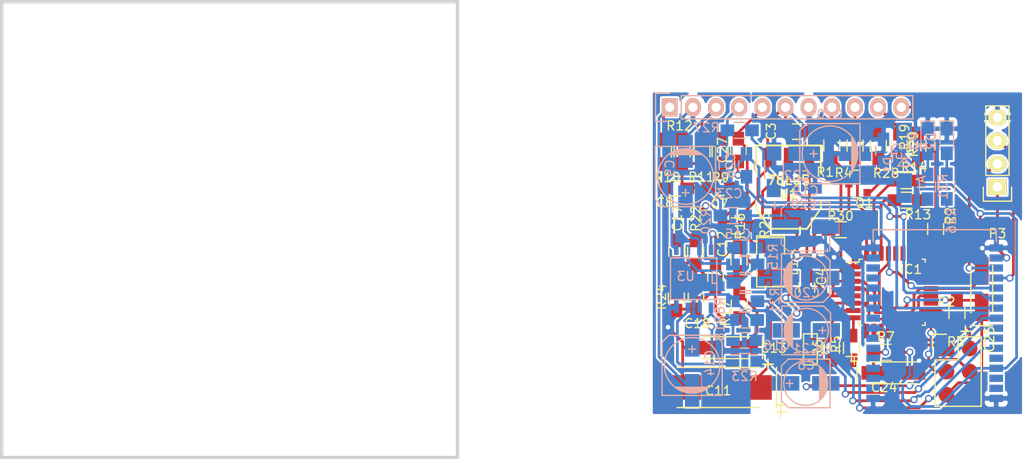
<source format=kicad_pcb>
(kicad_pcb (version 20171130) (host pcbnew 5.0.0-rc2-dev-unknown-b813eac~63~ubuntu16.04.1)
  (title_block (date "25 feb 2014"))
  (layers (0 Front signal) (31 Back signal) (34 B.Paste user hide) (35 F.Paste user hide) (36 B.SilkS user) (37 F.SilkS user) (38 B.Mask user hide) (39 F.Mask user hide) (44 Edge.Cuts user))
  (net 0 "")
  (net 1 +5V)
  (net 2 /DataOut)
  (net 3 GND)
  (net 4 +12V)
  (net 5 TX)
  (net 6 RX)
  (net 7 /BT_RESET)
  (net 8 /ARESET)
  (net 9 +BATT)
  (net 10 "Net-(IC1-Pad8)")
  (net 11 /MOSI)
  (net 12 /MISO)
  (net 13 /SCK)
  (net 14 /BTOUTL)
  (net 15 "Net-(C6-Pad2)")
  (net 16 /BTOUTR)
  (net 17 "Net-(C8-Pad1)")
  (net 18 /AOUTL)
  (net 19 /AOUTR)
  (net 20 GNDA)
  (net 21 +12C)
  (net 22 /VGND)
  (net 23 /DataIn)
  (net 24 /Clock)
  (net 25 "Net-(C7-Pad1)")
  (net 26 "Net-(C15-Pad1)")
  (net 27 "Net-(C14-Pad1)")
  (net 28 "Net-(C15-Pad2)")
  (net 29 "Net-(C16-Pad2)")
  (net 30 "Net-(C17-Pad1)")
  (net 31 "Net-(C18-Pad1)")
  (net 32 "Net-(C19-Pad1)")
  (net 33 "Net-(C20-Pad2)")
  (net 34 "Net-(C21-Pad1)")
  (net 35 "Net-(IC1-Pad30)")
  (net 36 "Net-(IC1-Pad31)")
  (net 37 /MIC_BIAS)
  (net 38 /CDC_ENA_5V)
  (net 39 /CDC_ENA_12V)
  (net 40 "Net-(Q1-Pad1)")
  (net 41 "Net-(P1-Pad8)")
  (net 42 "Net-(IC1-Pad32)")
  (net 43 "Net-(P1-Pad11)")
  (net 44 /BTOUTRN)
  (net 45 /BTOUTLN)
  (net 46 /MICP)
  (net 47 /MIC_IN2)
  (net 48 /MICN)
  (net 49 /MIC_IN1)
  (net 50 "Net-(D2-Pad2)")
  (net 51 "Net-(D3-Pad2)")
  (net 52 /LED1)
  (net 53 /LED2)
  (net 54 /IN_DETECT)
  (net 55 /INR)
  (net 56 /INL)
  (net 57 "Net-(IC1-Pad7)")
  (net 58 "Net-(R5-Pad1)")
  (module Housings_QFP:TQFP-32_7x7mm_Pitch0.8mm (layer Front) (at 97.663 31.8643)
    (fp_text reference IC1 (at 2.0828 -2.5146) (layer F.SilkS))
    (fp_text value ATMEGA88-A)
    (pad 1 smd rect (at -4.25 -2.8) (size 1.6 0.55) (layers Front F.Paste F.Mask) (net 38 /CDC_ENA_5V))
    (pad 2 smd rect (at -4.25 -2) (size 1.6 0.55) (layers Front F.Paste F.Mask) (net 24 /Clock))
    (pad 3 smd rect (at -4.25 -1.2) (size 1.6 0.55) (layers Front F.Paste F.Mask) (net 3 GND))
    (pad 4 smd rect (at -4.25 -0.4) (size 1.6 0.55) (layers Front F.Paste F.Mask) (net 1 +5V))
    (pad 5 smd rect (at -4.25 0.4) (size 1.6 0.55) (layers Front F.Paste F.Mask) (net 3 GND))
    (pad 6 smd rect (at -4.25 1.2) (size 1.6 0.55) (layers Front F.Paste F.Mask) (net 1 +5V))
    (pad 7 smd rect (at -4.25 2) (size 1.6 0.55) (layers Front F.Paste F.Mask) (net 57 "Net-(IC1-Pad7)"))
    (pad 8 smd rect (at -4.25 2.8) (size 1.6 0.55) (layers Front F.Paste F.Mask) (net 10 "Net-(IC1-Pad8)"))
    (pad 9 smd rect (at -2.8 4.25 90) (size 1.6 0.55) (layers Front F.Paste F.Mask))
    (pad 10 smd rect (at -2 4.25 90) (size 1.6 0.55) (layers Front F.Paste F.Mask))
    (pad 11 smd rect (at -1.2 4.25 90) (size 1.6 0.55) (layers Front F.Paste F.Mask))
    (pad 12 smd rect (at -0.4 4.25 90) (size 1.6 0.55) (layers Front F.Paste F.Mask))
    (pad 13 smd rect (at 0.4 4.25 90) (size 1.6 0.55) (layers Front F.Paste F.Mask))
    (pad 14 smd rect (at 1.2 4.25 90) (size 1.6 0.55) (layers Front F.Paste F.Mask))
    (pad 15 smd rect (at 2 4.25 90) (size 1.6 0.55) (layers Front F.Paste F.Mask) (net 11 /MOSI))
    (pad 16 smd rect (at 2.8 4.25 90) (size 1.6 0.55) (layers Front F.Paste F.Mask) (net 12 /MISO))
    (pad 17 smd rect (at 4.25 2.8) (size 1.6 0.55) (layers Front F.Paste F.Mask) (net 13 /SCK))
    (pad 18 smd rect (at 4.25 2) (size 1.6 0.55) (layers Front F.Paste F.Mask) (net 1 +5V))
    (pad 19 smd rect (at 4.25 1.2) (size 1.6 0.55) (layers Front F.Paste F.Mask))
    (pad 20 smd rect (at 4.25 0.4) (size 1.6 0.55) (layers Front F.Paste F.Mask) (net 1 +5V))
    (pad 21 smd rect (at 4.25 -0.4) (size 1.6 0.55) (layers Front F.Paste F.Mask) (net 3 GND))
    (pad 22 smd rect (at 4.25 -1.2) (size 1.6 0.55) (layers Front F.Paste F.Mask))
    (pad 23 smd rect (at 4.25 -2) (size 1.6 0.55) (layers Front F.Paste F.Mask))
    (pad 24 smd rect (at 4.25 -2.8) (size 1.6 0.55) (layers Front F.Paste F.Mask))
    (pad 25 smd rect (at 2.8 -4.25 90) (size 1.6 0.55) (layers Front F.Paste F.Mask))
    (pad 26 smd rect (at 2 -4.25 90) (size 1.6 0.55) (layers Front F.Paste F.Mask) (net 23 /DataIn))
    (pad 27 smd rect (at 1.2 -4.25 90) (size 1.6 0.55) (layers Front F.Paste F.Mask))
    (pad 28 smd rect (at 0.4 -4.25 90) (size 1.6 0.55) (layers Front F.Paste F.Mask))
    (pad 29 smd rect (at -0.4 -4.25 90) (size 1.6 0.55) (layers Front F.Paste F.Mask) (net 8 /ARESET))
    (pad 30 smd rect (at -1.2 -4.25 90) (size 1.6 0.55) (layers Front F.Paste F.Mask) (net 35 "Net-(IC1-Pad30)"))
    (pad 31 smd rect (at -2 -4.25 90) (size 1.6 0.55) (layers Front F.Paste F.Mask) (net 36 "Net-(IC1-Pad31)"))
    (pad 32 smd rect (at -2.8 -4.25 90) (size 1.6 0.55) (layers Front F.Paste F.Mask) (net 42 "Net-(IC1-Pad32)"))
  )
  (module Resistors_SMD:R_0805_HandSoldering (layer Front) (at 99.2289 19.6215)
    (fp_text reference R14 (at 0.8636 -1.4478) (layer F.SilkS))
    (fp_text value 330)
    (pad 1 smd rect (at -1.35 0) (size 1.5 1.3) (layers Front F.Paste F.Mask) (net 36 "Net-(IC1-Pad31)"))
    (pad 2 smd rect (at 1.35 0) (size 1.5 1.3) (layers Front F.Paste F.Mask) (net 5 TX))
  )
  (module Diodes_SMD:MiniMELF_Handsoldering (layer Back) (at 98.9838 17.67078 270)
    (fp_text reference D1 (at 0.2794 1.7272 270) (layer B.SilkS) (effects (justify mirror)))
    (fp_text value 1N4148)
    (fp_text user K (at -1.8 -1.85 270) (layer B.SilkS) (effects (justify mirror)))
    (fp_text user A (at 1.8 -1.85 270) (layer B.SilkS) (effects (justify mirror)))
    (pad 1 smd rect (at -2.75082 0 270) (size 3.29946 1.69926) (layers Back B.Paste B.Mask) (net 9 +BATT))
    (pad 2 smd rect (at 2.75082 0 270) (size 3.29946 1.69926) (layers Back B.Paste B.Mask) (net 1 +5V))
  )
  (module modules:MURATA_CSTCE_V53 (layer Front) (at 88.6968 39.0779 90)
    (fp_text reference Y1 (at 0.87 1.47 90) (layer F.SilkS) (effects (font (size 0.8 0.8))))
    (fp_text value Crystal_GND2)
    (pad 2 smd rect (at 0.95 0 90) (size 0.6 1.3) (layers Front F.Paste F.Mask) (net 3 GND))
    (pad 3 smd rect (at 1.9 0 90) (size 0.6 1.3) (layers Front F.Paste F.Mask) (net 57 "Net-(IC1-Pad7)"))
    (pad 1 smd rect (at 0 0 90) (size 0.6 1.3) (layers Front F.Paste F.Mask) (net 58 "Net-(R5-Pad1)"))
  )
  (module Capacitors_SMD:c_elec_5x5.8 (layer Back) (at 88.1888 41.86174 180)
    (fp_text reference C21 (at 0 3.81 180) (layer B.SilkS) (effects (justify mirror)))
    (fp_text value 10m/16V)
    (pad 1 smd rect (at 2.19964 0 180) (size 2.99974 1.6002) (layers Back B.Paste B.Mask) (net 34 "Net-(C21-Pad1)"))
    (pad 2 smd rect (at -2.19964 0 180) (size 2.99974 1.6002) (layers Back B.Paste B.Mask) (net 45 /BTOUTLN))
  )
  (module Resistors_SMD:R_0805_HandSoldering (layer Front) (at 102.4382 24.9301 270)
    (fp_text reference R2 (at -1.4478 -1.5748 270) (layer F.SilkS))
    (fp_text value 3k3)
    (pad 1 smd rect (at -1.35 0 270) (size 1.5 1.3) (layers Front F.Paste F.Mask) (net 43 "Net-(P1-Pad11)"))
    (pad 2 smd rect (at 1.35 0 270) (size 1.5 1.3) (layers Front F.Paste F.Mask) (net 23 /DataIn))
  )
  (module Capacitors_SMD:CP_Elec_5x5.8 (layer Back) (at 88.1605 24.6634)
    (fp_text reference C19 (at 0 -3.92) (layer B.SilkS) (effects (justify mirror)))
    (fp_text value 10m/16V)
    (fp_text user + (at -3.38 -2.35) (layer B.SilkS) (effects (justify mirror)))
    (pad 2 smd rect (at 2.2 0 180) (size 3 1.6) (layers Back B.Paste B.Mask) (net 44 /BTOUTRN))
    (pad 1 smd rect (at -2.2 0 180) (size 3 1.6) (layers Back B.Paste B.Mask) (net 32 "Net-(C19-Pad1)"))
  )
  (module Resistors_SMD:R_0805_HandSoldering (layer Back) (at 81.51368 39.4589 180)
    (fp_text reference R23 (at 0.03048 -1.6256 180) (layer B.SilkS) (effects (justify mirror)))
    (fp_text value 22k)
    (pad 1 smd rect (at -1.35 0 180) (size 1.5 1.3) (layers Back B.Paste B.Mask) (net 34 "Net-(C21-Pad1)"))
    (pad 2 smd rect (at 1.35 0 180) (size 1.5 1.3) (layers Back B.Paste B.Mask) (net 31 "Net-(C18-Pad1)"))
  )
  (module my_modules:SOT-223-REGULATOR (layer Front) (at 86.2965 20.3327 180)
    (fp_text reference U1 (at 0 -0.762 180) (layer F.SilkS) (effects (font (size 1.016 1.016) (thickness 0.2032))))
    (fp_text value 78L05 (at 0 0.762 180) (layer F.SilkS) (effects (font (size 1.016 1.016) (thickness 0.2032))))
    (pad VO smd rect (at 0 -3.302 180) (size 3.6576 2.032) (layers Front F.Paste F.Mask) (net 1 +5V))
    (pad VO smd rect (at 0 3.302 180) (size 1.016 2.032) (layers Front F.Paste F.Mask) (net 1 +5V))
    (pad VI smd rect (at 2.286 3.302 180) (size 1.016 2.032) (layers Front F.Paste F.Mask) (net 4 +12V))
    (pad GND smd rect (at -2.286 3.302 180) (size 1.016 2.032) (layers Front F.Paste F.Mask) (net 3 GND))
  )
  (module Capacitors_SMD:C_0805_HandSoldering (layer Front) (at 87.2236 14.2494)
    (fp_text reference C3 (at -2.8194 -0.0381 90) (layer F.SilkS))
    (fp_text value 100n)
    (pad 1 smd rect (at -1.25 0) (size 1.5 1.25) (layers Front F.Paste F.Mask) (net 4 +12V))
    (pad 2 smd rect (at 1.25 0) (size 1.5 1.25) (layers Front F.Paste F.Mask) (net 3 GND))
  )
  (module Capacitors_SMD:C_0805_HandSoldering (layer Front) (at 88.3158 31.33598 90)
    (fp_text reference C4 (at 1.17348 1.6002 90) (layer F.SilkS))
    (fp_text value 100n)
    (pad 1 smd rect (at -1.25 0 90) (size 1.5 1.25) (layers Front F.Paste F.Mask) (net 1 +5V))
    (pad 2 smd rect (at 1.25 0 90) (size 1.5 1.25) (layers Front F.Paste F.Mask) (net 3 GND))
  )
  (module Capacitors_SMD:C_0805_HandSoldering (layer Back) (at 96.7232 16.3449 90)
    (fp_text reference C5 (at -0.0508 1.5494 90) (layer B.SilkS) (effects (justify mirror)))
    (fp_text value 100n)
    (pad 1 smd rect (at -1.25 0 90) (size 1.5 1.25) (layers Back B.Paste B.Mask) (net 9 +BATT))
    (pad 2 smd rect (at 1.25 0 90) (size 1.5 1.25) (layers Back B.Paste B.Mask) (net 3 GND))
  )
  (module Pin_Headers:Pin_Header_Straight_2x03 (layer Front) (at 103.62692 38.02634)
    (fp_text reference P2 (at 0 -5.1) (layer F.SilkS))
    (fp_text value SPI)
    (pad 1 smd rect (at 0 0) (size 1.7272 1.7272) (layers Front F.Paste F.Mask) (net 12 /MISO))
    (pad 2 smd oval (at 2.54 0) (size 1.7272 1.7272) (layers Front F.Paste F.Mask) (net 1 +5V))
    (pad 3 smd oval (at 0 2.54) (size 1.7272 1.7272) (layers Front F.Paste F.Mask) (net 13 /SCK))
    (pad 4 smd oval (at 2.54 2.54) (size 1.7272 1.7272) (layers Front F.Paste F.Mask) (net 11 /MOSI))
    (pad 5 smd oval (at 0 5.08) (size 1.7272 1.7272) (layers Front F.Paste F.Mask) (net 8 /ARESET))
    (pad 6 smd oval (at 2.54 5.08) (size 1.7272 1.7272) (layers Front F.Paste F.Mask) (net 3 GND))
  )
  (module Resistors_SMD:R_0805_HandSoldering (layer Front) (at 91.04884 15.76578 270)
    (fp_text reference R1 (at 2.91592 0.72644) (layer F.SilkS))
    (fp_text value 3k3)
    (pad 1 smd rect (at -1.35 0 270) (size 1.5 1.3) (layers Front F.Paste F.Mask) (net 41 "Net-(P1-Pad8)"))
    (pad 2 smd rect (at 1.35 0 270) (size 1.5 1.3) (layers Front F.Paste F.Mask) (net 24 /Clock))
  )
  (module Resistors_SMD:R_0805_HandSoldering (layer Front) (at 92.04452 25.01392)
    (fp_text reference R30 (at -0.04572 -1.50622) (layer F.SilkS))
    (fp_text value 10k)
    (pad 1 smd rect (at -1.35 0) (size 1.5 1.3) (layers Front F.Paste F.Mask) (net 1 +5V))
    (pad 2 smd rect (at 1.35 0) (size 1.5 1.3) (layers Front F.Paste F.Mask) (net 38 /CDC_ENA_5V))
  )
  (module Resistors_SMD:R_0805_HandSoldering (layer Front) (at 93.59392 15.78102 90)
    (fp_text reference R4 (at -3.00228 -1.26492) (layer F.SilkS))
    (fp_text value 3k3)
    (pad 1 smd rect (at -1.35 0 90) (size 1.5 1.3) (layers Front F.Paste F.Mask) (net 42 "Net-(IC1-Pad32)"))
    (pad 2 smd rect (at 1.35 0 90) (size 1.5 1.3) (layers Front F.Paste F.Mask) (net 2 /DataOut))
  )
  (module Resistors_SMD:R_0805_HandSoldering (layer Front) (at 93.2053 37.973 90)
    (fp_text reference R5 (at 0.4064 -1.6891 90) (layer F.SilkS))
    (fp_text value 27)
    (pad 1 smd rect (at -1.35 0 90) (size 1.5 1.3) (layers Front F.Paste F.Mask) (net 58 "Net-(R5-Pad1)"))
    (pad 2 smd rect (at 1.35 0 90) (size 1.5 1.3) (layers Front F.Paste F.Mask) (net 10 "Net-(IC1-Pad8)"))
  )
  (module Resistors_SMD:R_0805_HandSoldering (layer Front) (at 90.9955 37.973 270)
    (fp_text reference R6 (at -0.0127 1.4732 270) (layer F.SilkS))
    (fp_text value 1M)
    (pad 1 smd rect (at -1.35 0 270) (size 1.5 1.3) (layers Front F.Paste F.Mask) (net 57 "Net-(IC1-Pad7)"))
    (pad 2 smd rect (at 1.35 0 270) (size 1.5 1.3) (layers Front F.Paste F.Mask) (net 58 "Net-(R5-Pad1)"))
  )
  (module Resistors_SMD:R_0805_HandSoldering (layer Front) (at 104.775 34.1503 270)
    (fp_text reference R3 (at 3.1496 0.127 180) (layer F.SilkS))
    (fp_text value 3k3)
    (pad 1 smd rect (at -1.35 0 270) (size 1.5 1.3) (layers Front F.Paste F.Mask) (net 8 /ARESET))
    (pad 2 smd rect (at 1.35 0 270) (size 1.5 1.3) (layers Front F.Paste F.Mask) (net 1 +5V))
  )
  (module Capacitors_SMD:c_elec_5x5.8 (layer Back) (at 88.24468 36.05022)
    (fp_text reference C6 (at 0 3.81) (layer B.SilkS) (effects (justify mirror)))
    (fp_text value 10m/16V)
    (pad 1 smd rect (at 2.19964 0) (size 2.99974 1.6002) (layers Back B.Paste B.Mask) (net 14 /BTOUTL))
    (pad 2 smd rect (at -2.19964 0) (size 2.99974 1.6002) (layers Back B.Paste B.Mask) (net 15 "Net-(C6-Pad2)"))
  )
  (module Capacitors_SMD:c_elec_6.3x5.7 (layer Back) (at 75.00112 19.17446 270)
    (fp_text reference C9 (at -0.89916 1.72212 270) (layer B.SilkS) (effects (justify mirror)))
    (fp_text value 47m/25V)
    (pad 1 smd rect (at 2.75082 0 270) (size 3.59918 1.6002) (layers Back B.Paste B.Mask) (net 26 "Net-(C15-Pad1)"))
    (pad 2 smd rect (at -2.75082 0 270) (size 3.59918 1.6002) (layers Back B.Paste B.Mask) (net 19 /AOUTR))
  )
  (module Capacitors_SMD:c_elec_6.3x7.7 (layer Back) (at 90.83548 16.66494 180)
    (fp_text reference C10 (at 0 4.318 180) (layer B.SilkS) (effects (justify mirror)))
    (fp_text value 100m/25V)
    (pad 1 smd rect (at 2.75082 0 180) (size 3.59918 1.6002) (layers Back B.Paste B.Mask) (net 4 +12V))
    (pad 2 smd rect (at -2.75082 0 180) (size 3.59918 1.6002) (layers Back B.Paste B.Mask) (net 3 GND))
  )
  (module Capacitors_Tantalum_SMD:TantalC_SizeD_EIA-7343_HandSoldering (layer Front) (at 78.57744 42.30878 180)
    (fp_text reference C11 (at -0.01016 -0.35052 180) (layer F.SilkS))
    (fp_text value 47m/25V)
    (fp_text user + (at -6.89356 -1.87452 180) (layer F.SilkS))
    (pad 2 smd rect (at 3.88874 0 180) (size 4.0005 2.70002) (layers Front F.Paste F.Mask) (net 20 GNDA))
    (pad 1 smd rect (at -3.88874 0 180) (size 4.0005 2.70002) (layers Front F.Paste F.Mask) (net 21 +12C))
  )
  (module Capacitors_SMD:C_0805_HandSoldering (layer Front) (at 78.29804 30.1371 270)
    (fp_text reference C12 (at -3.556 -0.77216 270) (layer F.SilkS))
    (fp_text value 100n)
    (pad 1 smd rect (at -1.25 0 270) (size 1.5 1.25) (layers Front F.Paste F.Mask) (net 21 +12C))
    (pad 2 smd rect (at 1.25 0 270) (size 1.5 1.25) (layers Front F.Paste F.Mask) (net 20 GNDA))
  )
  (module Capacitors_Tantalum_SMD:TantalC_SizeA_EIA-3216_HandSoldering (layer Front) (at 79.4512 37.9476 180)
    (fp_text reference C13 (at -5.207 -0.0381 180) (layer F.SilkS))
    (fp_text value 2m2/16V)
    (fp_text user + (at -4.59994 -1.80086 180) (layer F.SilkS))
    (pad 2 smd rect (at 1.99898 0 180) (size 2.99974 1.50114) (layers Front F.Paste F.Mask) (net 20 GNDA))
    (pad 1 smd rect (at -1.99898 0 180) (size 2.99974 1.50114) (layers Front F.Paste F.Mask) (net 22 /VGND))
  )
  (module Resistors_SMD:R_0805_HandSoldering (layer Back) (at 81.534 32.8549)
    (fp_text reference R8 (at -2.7432 0.508 90) (layer B.SilkS) (effects (justify mirror)))
    (fp_text value 22k)
    (pad 1 smd rect (at -1.35 0) (size 1.5 1.3) (layers Back B.Paste B.Mask) (net 29 "Net-(C16-Pad2)"))
    (pad 2 smd rect (at 1.35 0) (size 1.5 1.3) (layers Back B.Paste B.Mask) (net 15 "Net-(C6-Pad2)"))
  )
  (module Resistors_SMD:R_0805_HandSoldering (layer Front) (at 78.7908 16.3957 90)
    (fp_text reference R9 (at -2.8956 0.04572 180) (layer F.SilkS))
    (fp_text value 39R)
    (pad 1 smd rect (at -1.35 0 90) (size 1.5 1.3) (layers Front F.Paste F.Mask) (net 25 "Net-(C7-Pad1)"))
    (pad 2 smd rect (at 1.35 0 90) (size 1.5 1.3) (layers Front F.Paste F.Mask) (net 19 /AOUTR))
  )
  (module Resistors_SMD:R_0805_HandSoldering (layer Front) (at 72.58812 16.4465 90)
    (fp_text reference R10 (at -2.8194 0.43688 180) (layer F.SilkS))
    (fp_text value 39R)
    (pad 1 smd rect (at -1.35 0 90) (size 1.5 1.3) (layers Front F.Paste F.Mask) (net 17 "Net-(C8-Pad1)"))
    (pad 2 smd rect (at 1.35 0 90) (size 1.5 1.3) (layers Front F.Paste F.Mask) (net 18 /AOUTL))
  )
  (module Resistors_SMD:R_0805_HandSoldering (layer Front) (at 76.8096 16.3957 90)
    (fp_text reference R11 (at -2.82956 -0.07112 180) (layer F.SilkS))
    (fp_text value 47k)
    (pad 1 smd rect (at -1.35 0 90) (size 1.5 1.3) (layers Front F.Paste F.Mask) (net 20 GNDA))
    (pad 2 smd rect (at 1.35 0 90) (size 1.5 1.3) (layers Front F.Paste F.Mask) (net 19 /AOUTR))
  )
  (module Resistors_SMD:R_0805_HandSoldering (layer Front) (at 74.6252 16.4211 90)
    (fp_text reference R12 (at 2.80924 -0.28448 180) (layer F.SilkS))
    (fp_text value 47k)
    (pad 1 smd rect (at -1.35 0 90) (size 1.5 1.3) (layers Front F.Paste F.Mask) (net 20 GNDA))
    (pad 2 smd rect (at 1.35 0 90) (size 1.5 1.3) (layers Front F.Paste F.Mask) (net 18 /AOUTL))
  )
  (module Resistors_SMD:R_0805_HandSoldering (layer Front) (at 99.2594 21.7678)
    (fp_text reference R13 (at 1.2446 1.5875) (layer F.SilkS))
    (fp_text value 330)
    (pad 1 smd rect (at -1.35 0) (size 1.5 1.3) (layers Front F.Paste F.Mask) (net 35 "Net-(IC1-Pad30)"))
    (pad 2 smd rect (at 1.35 0) (size 1.5 1.3) (layers Front F.Paste F.Mask) (net 6 RX))
  )
  (module Resistors_SMD:R_0805_HandSoldering (layer Back) (at 81.5594 28.8163 180)
    (fp_text reference R15 (at -3.048 0.8636 270) (layer B.SilkS) (effects (justify mirror)))
    (fp_text value 47k)
    (pad 1 smd rect (at -1.35 0 180) (size 1.5 1.3) (layers Back B.Paste B.Mask) (net 28 "Net-(C15-Pad2)"))
    (pad 2 smd rect (at 1.35 0 180) (size 1.5 1.3) (layers Back B.Paste B.Mask) (net 26 "Net-(C15-Pad1)"))
  )
  (module Resistors_SMD:R_0805_HandSoldering (layer Front) (at 80.86852 28.2829 90)
    (fp_text reference R16 (at 3.683 0.13208 90) (layer F.SilkS))
    (fp_text value 100k)
    (pad 1 smd rect (at -1.35 0 90) (size 1.5 1.3) (layers Front F.Paste F.Mask) (net 22 /VGND))
    (pad 2 smd rect (at 1.35 0 90) (size 1.5 1.3) (layers Front F.Paste F.Mask) (net 21 +12C))
  )
  (module Resistors_SMD:R_0805_HandSoldering (layer Front) (at 80.89646 33.34004 90)
    (fp_text reference R17 (at -0.81026 -1.52146 90) (layer F.SilkS))
    (fp_text value 100k)
    (pad 1 smd rect (at -1.35 0 90) (size 1.5 1.3) (layers Front F.Paste F.Mask) (net 20 GNDA))
    (pad 2 smd rect (at 1.35 0 90) (size 1.5 1.3) (layers Front F.Paste F.Mask) (net 22 /VGND))
  )
  (module SMD_Packages:SOIC-8-N (layer Back) (at 75.8952 30.38094 180)
    (fp_text reference U3 (at 0.8636 0.26924 180) (layer B.SilkS) (effects (justify mirror)))
    (fp_text value LM358)
    (pad 8 smd rect (at -1.905 3.175 180) (size 0.508 1.143) (layers Back B.Paste B.Mask) (net 21 +12C))
    (pad 7 smd rect (at -0.635 3.175 180) (size 0.508 1.143) (layers Back B.Paste B.Mask) (net 26 "Net-(C15-Pad1)"))
    (pad 6 smd rect (at 0.635 3.175 180) (size 0.508 1.143) (layers Back B.Paste B.Mask) (net 28 "Net-(C15-Pad2)"))
    (pad 5 smd rect (at 1.905 3.175 180) (size 0.508 1.143) (layers Back B.Paste B.Mask) (net 30 "Net-(C17-Pad1)"))
    (pad 4 smd rect (at 1.905 -3.175 180) (size 0.508 1.143) (layers Back B.Paste B.Mask) (net 20 GNDA))
    (pad 3 smd rect (at 0.635 -3.175 180) (size 0.508 1.143) (layers Back B.Paste B.Mask) (net 31 "Net-(C18-Pad1)"))
    (pad 2 smd rect (at -0.635 -3.175 180) (size 0.508 1.143) (layers Back B.Paste B.Mask) (net 29 "Net-(C16-Pad2)"))
    (pad 1 smd rect (at -1.905 -3.175 180) (size 0.508 1.143) (layers Back B.Paste B.Mask) (net 27 "Net-(C14-Pad1)"))
  )
  (module SMD_Packages:SMD-1210_Pol (layer Front) (at 84.33308 28.47086 270)
    (fp_text reference L1 (at 0.70104 -2.48412 270) (layer F.SilkS))
    (fp_text value 330u)
    (pad 1 smd rect (at -1.778 0 270) (size 1.778 2.794) (layers Front F.Paste F.Mask) (net 4 +12V))
    (pad 2 smd rect (at 1.778 0 270) (size 1.778 2.794) (layers Front F.Paste F.Mask) (net 21 +12C))
  )
  (module Capacitors_SMD:c_elec_6.3x5.7 (layer Back) (at 75.72756 39.88054 90)
    (fp_text reference C14 (at 0.24384 1.92024 90) (layer B.SilkS) (effects (justify mirror)))
    (fp_text value 47m/25V)
    (pad 1 smd rect (at 2.75082 0 90) (size 3.59918 1.6002) (layers Back B.Paste B.Mask) (net 27 "Net-(C14-Pad1)"))
    (pad 2 smd rect (at -2.75082 0 90) (size 3.59918 1.6002) (layers Back B.Paste B.Mask) (net 18 /AOUTL))
  )
  (module Capacitors_SMD:C_0805_HandSoldering (layer Back) (at 81.5086 26.9875)
    (fp_text reference C15 (at -0.7874 -1.4986) (layer B.SilkS) (effects (justify mirror)))
    (fp_text value 33p)
    (pad 1 smd rect (at -1.25 0) (size 1.5 1.25) (layers Back B.Paste B.Mask) (net 26 "Net-(C15-Pad1)"))
    (pad 2 smd rect (at 1.25 0) (size 1.5 1.25) (layers Back B.Paste B.Mask) (net 28 "Net-(C15-Pad2)"))
  )
  (module Capacitors_SMD:C_0805_HandSoldering (layer Back) (at 81.4578 37.14242)
    (fp_text reference C16 (at 3.556 0.56388) (layer B.SilkS) (effects (justify mirror)))
    (fp_text value 33p)
    (pad 1 smd rect (at -1.25 0) (size 1.5 1.25) (layers Back B.Paste B.Mask) (net 27 "Net-(C14-Pad1)"))
    (pad 2 smd rect (at 1.25 0) (size 1.5 1.25) (layers Back B.Paste B.Mask) (net 29 "Net-(C16-Pad2)"))
  )
  (module Capacitors_SMD:C_0805_HandSoldering (layer Front) (at 74.01814 27.42438 270)
    (fp_text reference C17 (at -3.66268 -0.07366 270) (layer F.SilkS))
    (fp_text value 33p)
    (pad 1 smd rect (at -1.25 0 270) (size 1.5 1.25) (layers Front F.Paste F.Mask) (net 30 "Net-(C17-Pad1)"))
    (pad 2 smd rect (at 1.25 0 270) (size 1.5 1.25) (layers Front F.Paste F.Mask) (net 22 /VGND))
  )
  (module Capacitors_SMD:C_0805_HandSoldering (layer Front) (at 76.1492 32.4739 90)
    (fp_text reference C18 (at -2.8194 0.1524 180) (layer F.SilkS))
    (fp_text value 33p)
    (pad 1 smd rect (at -1.25 0 90) (size 1.5 1.25) (layers Front F.Paste F.Mask) (net 31 "Net-(C18-Pad1)"))
    (pad 2 smd rect (at 1.25 0 90) (size 1.5 1.25) (layers Front F.Paste F.Mask) (net 22 /VGND))
  )
  (module Capacitors_SMD:c_elec_5x5.8 (layer Back) (at 88.1888 30.29458)
    (fp_text reference C20 (at 0.1016 1.62052) (layer B.SilkS) (effects (justify mirror)))
    (fp_text value 10m/16V)
    (pad 1 smd rect (at 2.19964 0) (size 2.99974 1.6002) (layers Back B.Paste B.Mask) (net 16 /BTOUTR))
    (pad 2 smd rect (at -2.19964 0) (size 2.99974 1.6002) (layers Back B.Paste B.Mask) (net 33 "Net-(C20-Pad2)"))
  )
  (module Resistors_SMD:R_0805_HandSoldering (layer Back) (at 81.51368 34.90722 180)
    (fp_text reference R18 (at 2.74828 -0.86868 90) (layer B.SilkS) (effects (justify mirror)))
    (fp_text value 47k)
    (pad 1 smd rect (at -1.35 0 180) (size 1.5 1.3) (layers Back B.Paste B.Mask) (net 29 "Net-(C16-Pad2)"))
    (pad 2 smd rect (at 1.35 0 180) (size 1.5 1.3) (layers Back B.Paste B.Mask) (net 27 "Net-(C14-Pad1)"))
  )
  (module Resistors_SMD:R_0805_HandSoldering (layer Front) (at 100.4951 15.7988 90)
    (fp_text reference R19 (at 0.9652 -1.4732 90) (layer F.SilkS))
    (fp_text value 4k7)
    (pad 1 smd rect (at -1.35 0 90) (size 1.5 1.3) (layers Front F.Paste F.Mask) (net 5 TX))
    (pad 2 smd rect (at 1.35 0 90) (size 1.5 1.3) (layers Front F.Paste F.Mask) (net 3 GND))
  )
  (module Resistors_SMD:R_0805_HandSoldering (layer Back) (at 80.1878 23.4569 180)
    (fp_text reference R20 (at 2.9464 -0.635 270) (layer B.SilkS) (effects (justify mirror)))
    (fp_text value 22k)
    (pad 1 smd rect (at -1.35 0 180) (size 1.5 1.3) (layers Back B.Paste B.Mask) (net 32 "Net-(C19-Pad1)"))
    (pad 2 smd rect (at 1.35 0 180) (size 1.5 1.3) (layers Back B.Paste B.Mask) (net 30 "Net-(C17-Pad1)"))
  )
  (module Resistors_SMD:R_0805_HandSoldering (layer Back) (at 81.5848 30.8229)
    (fp_text reference R21 (at 3.2258 1.9558 270) (layer B.SilkS) (effects (justify mirror)))
    (fp_text value 22k)
    (pad 1 smd rect (at -1.35 0) (size 1.5 1.3) (layers Back B.Paste B.Mask) (net 28 "Net-(C15-Pad2)"))
    (pad 2 smd rect (at 1.35 0) (size 1.5 1.3) (layers Back B.Paste B.Mask) (net 33 "Net-(C20-Pad2)"))
  )
  (module Resistors_SMD:R_0805_HandSoldering (layer Front) (at 76.11364 27.52598 90)
    (fp_text reference R22 (at 3.73888 0.01016 90) (layer F.SilkS))
    (fp_text value 47k)
    (pad 1 smd rect (at -1.35 0 90) (size 1.5 1.3) (layers Front F.Paste F.Mask) (net 22 /VGND))
    (pad 2 smd rect (at 1.35 0 90) (size 1.5 1.3) (layers Front F.Paste F.Mask) (net 30 "Net-(C17-Pad1)"))
  )
  (module Resistors_SMD:R_0805_HandSoldering (layer Front) (at 73.99528 32.52978 270)
    (fp_text reference R24 (at -0.15748 1.63068 270) (layer F.SilkS))
    (fp_text value 47k)
    (pad 1 smd rect (at -1.35 0 270) (size 1.5 1.3) (layers Front F.Paste F.Mask) (net 22 /VGND))
    (pad 2 smd rect (at 1.35 0 270) (size 1.5 1.3) (layers Front F.Paste F.Mask) (net 31 "Net-(C18-Pad1)"))
  )
  (module Resistors_SMD:R_0805_HandSoldering (layer Front) (at 80.6361 24.5872 180)
    (fp_text reference R25 (at -3.0734 0.0762 90) (layer F.SilkS))
    (fp_text value 1k2)
    (pad 1 smd rect (at -1.35 0 180) (size 1.5 1.3) (layers Front F.Paste F.Mask) (net 3 GND))
    (pad 2 smd rect (at 1.35 0 180) (size 1.5 1.3) (layers Front F.Paste F.Mask) (net 49 /MIC_IN1))
  )
  (module Resistors_SMD:R_0805_HandSoldering (layer Back) (at 103.6574 20.27682 90)
    (fp_text reference R26 (at -3.7338 0.508 270) (layer B.SilkS) (effects (justify mirror)))
    (fp_text value 1k)
    (pad 1 smd rect (at -1.35 0 90) (size 1.5 1.3) (layers Back B.Paste B.Mask) (net 52 /LED1))
    (pad 2 smd rect (at 1.35 0 90) (size 1.5 1.3) (layers Back B.Paste B.Mask) (net 50 "Net-(D2-Pad2)"))
  )
  (module Capacitors_SMD:C_0805_HandSoldering (layer Front) (at 78.74 20.3835 180)
    (fp_text reference C7 (at 0.03048 -1.78816 180) (layer F.SilkS))
    (fp_text value 100n)
    (pad 1 smd rect (at -1.25 0 180) (size 1.5 1.25) (layers Front F.Paste F.Mask) (net 25 "Net-(C7-Pad1)"))
    (pad 2 smd rect (at 1.25 0 180) (size 1.5 1.25) (layers Front F.Paste F.Mask) (net 20 GNDA))
  )
  (module Capacitors_SMD:C_0805_HandSoldering (layer Front) (at 73.9394 20.4597)
    (fp_text reference C8 (at -1.21412 1.55956) (layer F.SilkS))
    (fp_text value 100n)
    (pad 1 smd rect (at -1.25 0) (size 1.5 1.25) (layers Front F.Paste F.Mask) (net 17 "Net-(C8-Pad1)"))
    (pad 2 smd rect (at 1.25 0) (size 1.5 1.25) (layers Front F.Paste F.Mask) (net 20 GNDA))
  )
  (module Capacitors_SMD:C_1206_HandSoldering (layer Back) (at 84.709 18.4277 90)
    (fp_text reference C22 (at -0.635 2.5146 180) (layer B.SilkS) (effects (justify mirror)))
    (fp_text value 4u7/10V)
    (pad 1 smd rect (at -2 0 90) (size 2 1.6) (layers Back B.Paste B.Mask) (net 37 /MIC_BIAS))
    (pad 2 smd rect (at 2 0 90) (size 2 1.6) (layers Back B.Paste B.Mask) (net 3 GND))
  )
  (module Capacitors_SMD:C_0805_HandSoldering (layer Back) (at 79.53756 17.90446 90)
    (fp_text reference C23 (at -3.13944 0.26924 180) (layer B.SilkS) (effects (justify mirror)))
    (fp_text value 1u/10V)
    (pad 1 smd rect (at -1.25 0 90) (size 1.5 1.25) (layers Back B.Paste B.Mask) (net 46 /MICP))
    (pad 2 smd rect (at 1.25 0 90) (size 1.5 1.25) (layers Back B.Paste B.Mask) (net 47 /MIC_IN2))
  )
  (module Resistors_SMD:R_0805_HandSoldering (layer Back) (at 80.93964 14.10462)
    (fp_text reference R27 (at -3.64744 -0.29972) (layer B.SilkS) (effects (justify mirror)))
    (fp_text value 1k2)
    (pad 1 smd rect (at -1.35 0) (size 1.5 1.3) (layers Back B.Paste B.Mask) (net 47 /MIC_IN2))
    (pad 2 smd rect (at 1.35 0) (size 1.5 1.3) (layers Back B.Paste B.Mask) (net 37 /MIC_BIAS))
  )
  (module Capacitors_Tantalum_SMD:TantalC_SizeA_EIA-3216_HandSoldering (layer Front) (at 97.80524 40.70858)
    (fp_text reference C24 (at -1.016 1.6002) (layer F.SilkS))
    (fp_text value 2u2)
    (fp_text user + (at -4.2926 -1.3716) (layer F.SilkS))
    (pad 2 smd rect (at 1.99898 0) (size 2.99974 1.50114) (layers Front F.Paste F.Mask) (net 3 GND))
    (pad 1 smd rect (at -1.99898 0) (size 2.99974 1.50114) (layers Front F.Paste F.Mask) (net 7 /BT_RESET))
  )
  (module Capacitors_Tantalum_SMD:TantalC_SizeA_EIA-3216_HandSoldering (layer Front) (at 107.4928 31.5341 90)
    (fp_text reference C25 (at -5.4864 0.8636 90) (layer F.SilkS))
    (fp_text value 2u1)
    (fp_text user + (at -4.59994 -1.80086 90) (layer F.SilkS))
    (pad 2 smd rect (at 1.99898 0 90) (size 2.99974 1.50114) (layers Front F.Paste F.Mask) (net 3 GND))
    (pad 1 smd rect (at -1.99898 0 90) (size 2.99974 1.50114) (layers Front F.Paste F.Mask) (net 8 /ARESET))
  )
  (module TO_SOT_Packages_SMD:SOT-23 (layer Front) (at 93.9165 19.98472 90)
    (fp_text reference Q1 (at -2.10058 0.6985 180) (layer F.SilkS))
    (fp_text value BC817-40)
    (pad 1 smd rect (at -0.95 1.00076 90) (size 0.8001 0.8001) (layers Front F.Paste F.Mask) (net 40 "Net-(Q1-Pad1)"))
    (pad 2 smd rect (at 0.95 1.00076 90) (size 0.8001 0.8001) (layers Front F.Paste F.Mask) (net 3 GND))
    (pad 3 smd rect (at 0 -0.99822 90) (size 0.8001 0.8001) (layers Front F.Paste F.Mask) (net 38 /CDC_ENA_5V))
  )
  (module Resistors_SMD:R_0805_HandSoldering (layer Front) (at 96.1517 15.8242 90)
    (fp_text reference R28 (at -2.9845 0.8509 180) (layer F.SilkS))
    (fp_text value 47k)
    (pad 1 smd rect (at -1.35 0 90) (size 1.5 1.3) (layers Front F.Paste F.Mask) (net 40 "Net-(Q1-Pad1)"))
    (pad 2 smd rect (at 1.35 0 90) (size 1.5 1.3) (layers Front F.Paste F.Mask) (net 3 GND))
  )
  (module Resistors_SMD:R_0805_HandSoldering (layer Front) (at 98.43008 15.83182 90)
    (fp_text reference R29 (at 0.19812 1.56972 90) (layer F.SilkS))
    (fp_text value 10k)
    (pad 1 smd rect (at -1.35 0 90) (size 1.5 1.3) (layers Front F.Paste F.Mask) (net 40 "Net-(Q1-Pad1)"))
    (pad 2 smd rect (at 1.35 0 90) (size 1.5 1.3) (layers Front F.Paste F.Mask) (net 39 /CDC_ENA_12V))
  )
  (module Pin_Headers:Pin_Header_Straight_1x11 (layer Back) (at 73.26884 11.57478 270)
    (fp_text reference P1 hide)
    (fp_text value CONN_9)
    (pad 1 thru_hole rect (at 0 0 270) (size 2.032 1.7272) (drill 1.016) (layers *.Cu *.Mask B.SilkS) (net 18 /AOUTL))
    (pad 2 thru_hole oval (at 0 -2.54 270) (size 2.032 1.7272) (drill 1.016) (layers *.Cu *.Mask B.SilkS) (net 20 GNDA))
    (pad 3 thru_hole oval (at 0 -5.08 270) (size 2.032 1.7272) (drill 1.016) (layers *.Cu *.Mask B.SilkS) (net 19 /AOUTR))
    (pad 4 thru_hole oval (at 0 -7.62 270) (size 2.032 1.7272) (drill 1.016) (layers *.Cu *.Mask B.SilkS) (net 47 /MIC_IN2))
    (pad 5 thru_hole oval (at 0 -10.16 270) (size 2.032 1.7272) (drill 1.016) (layers *.Cu *.Mask B.SilkS) (net 49 /MIC_IN1))
    (pad 6 thru_hole oval (at 0 -12.7 270) (size 2.032 1.7272) (drill 1.016) (layers *.Cu *.Mask B.SilkS) (net 4 +12V))
    (pad 7 thru_hole oval (at 0 -15.24 270) (size 2.032 1.7272) (drill 1.016) (layers *.Cu *.Mask B.SilkS) (net 3 GND))
    (pad 8 thru_hole oval (at 0 -17.78 270) (size 2.032 1.7272) (drill 1.016) (layers *.Cu *.Mask B.SilkS) (net 41 "Net-(P1-Pad8)"))
    (pad 9 thru_hole oval (at 0 -20.32 270) (size 2.032 1.7272) (drill 1.016) (layers *.Cu *.Mask B.SilkS) (net 2 /DataOut))
    (pad 10 thru_hole oval (at 0 -22.86 270) (size 2.032 1.7272) (drill 1.016) (layers *.Cu *.Mask B.SilkS) (net 39 /CDC_ENA_12V))
    (pad 11 thru_hole oval (at 0 -25.4 270) (size 2.032 1.7272) (drill 1.016) (layers *.Cu *.Mask B.SilkS) (net 43 "Net-(P1-Pad11)"))
  )
  (module Capacitors_SMD:C_0805_HandSoldering (layer Back) (at 81.6864 17.9451 270)
    (fp_text reference C26 (at 0 1.75 270) (layer B.SilkS) (effects (justify mirror)))
    (fp_text value 10n)
    (pad 1 smd rect (at -1.25 0 270) (size 1.5 1.25) (layers Back B.Paste B.Mask) (net 46 /MICP))
    (pad 2 smd rect (at 1.25 0 270) (size 1.5 1.25) (layers Back B.Paste B.Mask) (net 48 /MICN))
  )
  (module Capacitors_SMD:C_0805_HandSoldering (layer Front) (at 80.7974 16.2687 90)
    (fp_text reference C27 (at 0 -1.75 90) (layer F.SilkS))
    (fp_text value 1u/10V)
    (pad 2 smd rect (at 1.25 0 90) (size 1.5 1.25) (layers Front F.Paste F.Mask) (net 49 /MIC_IN1))
    (pad 1 smd rect (at -1.25 0 90) (size 1.5 1.25) (layers Front F.Paste F.Mask) (net 48 /MICN))
  )
  (module Capacitors_SMD:C_0805_HandSoldering (layer Back) (at 87.9602 20.4343)
    (fp_text reference C28 (at 0 1.75) (layer B.SilkS) (effects (justify mirror)))
    (fp_text value 100n)
    (pad 2 smd rect (at 1.25 0) (size 1.5 1.25) (layers Back B.Paste B.Mask) (net 3 GND))
    (pad 1 smd rect (at -1.25 0) (size 1.5 1.25) (layers Back B.Paste B.Mask) (net 37 /MIC_BIAS))
  )
  (module LEDs:LED_0805_HandSoldering (layer Back) (at 103.6574 15.27302 270)
    (fp_text reference D2 (at 0 1.7 270) (layer B.SilkS) (effects (justify mirror)))
    (fp_text value LED)
    (pad 1 smd rect (at -1.35 0 270) (size 1.5 1.3) (layers Back B.Paste B.Mask) (net 3 GND))
    (pad 2 smd rect (at 1.35 0 270) (size 1.5 1.3) (layers Back B.Paste B.Mask) (net 50 "Net-(D2-Pad2)"))
  )
  (module LEDs:LED_0805_HandSoldering (layer Back) (at 101.5746 15.28826 270)
    (fp_text reference D3 (at 0 1.7 270) (layer B.SilkS) (effects (justify mirror)))
    (fp_text value LED)
    (pad 2 smd rect (at 1.35 0 270) (size 1.5 1.3) (layers Back B.Paste B.Mask) (net 51 "Net-(D3-Pad2)"))
    (pad 1 smd rect (at -1.35 0 270) (size 1.5 1.3) (layers Back B.Paste B.Mask) (net 3 GND))
  )
  (module Resistors_SMD:R_0805_HandSoldering (layer Back) (at 101.5492 20.29714 90)
    (fp_text reference R31 (at 0 1.7 90) (layer B.SilkS) (effects (justify mirror)))
    (fp_text value 1k)
    (pad 2 smd rect (at 1.35 0 90) (size 1.5 1.3) (layers Back B.Paste B.Mask) (net 51 "Net-(D3-Pad2)"))
    (pad 1 smd rect (at -1.35 0 90) (size 1.5 1.3) (layers Back B.Paste B.Mask) (net 53 /LED2))
  )
  (module modules:F-6188_nosilk (layer Back) (at 95.5802 25.0063)
    (fp_text reference U2 hide)
    (fp_text value F-6188 hide)
    (pad 25 smd rect (at 13.5 10.8) (size 1.5 0.8) (layers Back B.Paste B.Mask) (net 14 /BTOUTL))
    (pad 20 smd rect (at 13.5 5.3) (size 1.5 0.8) (layers Back B.Paste B.Mask) (net 56 /INL))
    (pad 22 smd rect (at 13.5 7.5) (size 1.5 0.8) (layers Back B.Paste B.Mask) (net 46 /MICP))
    (pad 30 smd rect (at 13.5 16.3) (size 1.5 0.8) (layers Back B.Paste B.Mask))
    (pad 28 smd rect (at 13.5 14.1) (size 1.5 0.8) (layers Back B.Paste B.Mask))
    (pad 24 smd rect (at 13.5 9.7) (size 1.5 0.8) (layers Back B.Paste B.Mask) (net 45 /BTOUTLN))
    (pad 21 smd rect (at 13.5 6.4) (size 1.5 0.8) (layers Back B.Paste B.Mask) (net 48 /MICN))
    (pad 31 smd rect (at 13.5 17.4) (size 1.5 0.8) (layers Back B.Paste B.Mask))
    (pad 18 smd rect (at 13.5 3.1) (size 1.5 0.8) (layers Back B.Paste B.Mask) (net 54 /IN_DETECT))
    (pad 29 smd rect (at 13.5 15.2) (size 1.5 0.8) (layers Back B.Paste B.Mask) (net 9 +BATT))
    (pad 19 smd rect (at 13.5 4.2) (size 1.5 0.8) (layers Back B.Paste B.Mask) (net 55 /INR))
    (pad 27 smd rect (at 13.5 13) (size 1.5 0.8) (layers Back B.Paste B.Mask) (net 44 /BTOUTRN))
    (pad 17 smd rect (at 13.5 2) (size 1.5 0.8) (layers Back B.Paste B.Mask) (net 3 GND))
    (pad 23 smd rect (at 13.5 8.6) (size 1.5 0.8) (layers Back B.Paste B.Mask) (net 37 /MIC_BIAS))
    (pad 32 smd rect (at 13.5 18.5) (size 1.5 0.8) (layers Back B.Paste B.Mask) (net 3 GND))
    (pad 26 smd rect (at 13.5 11.9) (size 1.5 0.8) (layers Back B.Paste B.Mask) (net 16 /BTOUTR))
    (pad 4 smd rect (at 0 15.2) (size 1.5 0.8) (layers Back B.Paste B.Mask))
    (pad 1 smd rect (at 0 18.5) (size 1.5 0.8) (layers Back B.Paste B.Mask) (net 3 GND))
    (pad 2 smd rect (at 0 17.4) (size 1.5 0.8) (layers Back B.Paste B.Mask))
    (pad 3 smd rect (at 0 16.3) (size 1.5 0.8) (layers Back B.Paste B.Mask) (net 3 GND))
    (pad 7 smd rect (at 0 11.9) (size 1.5 0.8) (layers Back B.Paste B.Mask))
    (pad 5 smd rect (at 0 14.1) (size 1.5 0.8) (layers Back B.Paste B.Mask))
    (pad 9 smd rect (at 0 9.7) (size 1.5 0.8) (layers Back B.Paste B.Mask))
    (pad 6 smd rect (at 0 13) (size 1.5 0.8) (layers Back B.Paste B.Mask))
    (pad 10 smd rect (at 0 8.6) (size 1.5 0.8) (layers Back B.Paste B.Mask) (net 5 TX))
    (pad 8 smd rect (at 0 10.8) (size 1.5 0.8) (layers Back B.Paste B.Mask) (net 7 /BT_RESET))
    (pad 11 smd rect (at 0 7.5) (size 1.5 0.8) (layers Back B.Paste B.Mask) (net 6 RX))
    (pad 12 smd rect (at 0 6.4) (size 1.5 0.8) (layers Back B.Paste B.Mask))
    (pad 13 smd rect (at 0 5.3) (size 1.5 0.8) (layers Back B.Paste B.Mask) (net 52 /LED1))
    (pad 14 smd rect (at 0 4.2) (size 1.5 0.8) (layers Back B.Paste B.Mask) (net 53 /LED2))
    (pad 15 smd rect (at 0 3.1) (size 1.5 0.8) (layers Back B.Paste B.Mask))
    (pad 16 smd rect (at 0 2) (size 1.5 0.8) (layers Back B.Paste B.Mask) (net 3 GND))
  )
  (module Resistors_SMD:R_0805_HandSoldering (layer Front) (at 96.97212 38.44798)
    (fp_text reference R7 (at 0 -1.7) (layer F.SilkS))
    (fp_text value 3k3)
    (pad 2 smd rect (at 1.35 0) (size 1.5 1.3) (layers Front F.Paste F.Mask) (net 9 +BATT))
    (pad 1 smd rect (at -1.35 0) (size 1.5 1.3) (layers Front F.Paste F.Mask) (net 7 /BT_RESET))
  )
  (module Pin_Headers.pretty:Pin_Header_Straight_1x04 (layer Front) (at 109.21492 20.32254 180)
    (fp_text reference P3 (at 0 -5.1 180) (layer F.SilkS))
    (fp_text value CONN_4)
    (pad 1 thru_hole rect (at 0 0 180) (size 2.032 1.7272) (drill 1.016) (layers *.Cu *.Mask F.SilkS) (net 54 /IN_DETECT))
    (pad 2 thru_hole oval (at 0 2.54 180) (size 2.032 1.7272) (drill 1.016) (layers *.Cu *.Mask F.SilkS) (net 55 /INR))
    (pad 3 thru_hole oval (at 0 5.08 180) (size 2.032 1.7272) (drill 1.016) (layers *.Cu *.Mask F.SilkS) (net 56 /INL))
    (pad 4 thru_hole oval (at 0 7.62 180) (size 2.032 1.7272) (drill 1.016) (layers *.Cu *.Mask F.SilkS) (net 3 GND))
  )
  (gr_line (start 0 50) (end 0 0) (layer Edge.Cuts) (width 0.381))
  (gr_line (start 50 50) (end 0 50) (layer Edge.Cuts) (width 0.381))
  (gr_line (start 50 0) (end 50 50) (layer Edge.Cuts) (width 0.381))
  (gr_line (start 0 0) (end 50 0) (layer Edge.Cuts) (width 0.381))
  (segment (start 89.08288 25.57556) (end 89.10828 25.60096) (width 0.3) (layer Front) (net 1))
  (segment (start 89.10828 25.60096) (end 89.10828 27.8257) (width 0.3) (layer Front) (net 1))
  (segment (start 90.69452 25.01392) (end 89.64452 25.01392) (width 0.3) (layer Front) (net 1))
  (segment (start 89.64452 25.01392) (end 89.08288 25.57556) (width 0.3) (layer Front) (net 1))
  (segment (start 87.0204 19.04746) (end 97.60966 19.04746) (width 0.3) (layer Back) (net 1))
  (segment (start 97.60966 19.04746) (end 98.9838 20.4216) (width 0.3) (layer Back) (net 1))
  (segment (start 87.01024 19.0373) (end 87.0204 19.04746) (width 0.3) (layer Front) (net 1))
  (segment (start 86.2965 19.0373) (end 87.01024 19.0373) (width 0.3) (layer Front) (net 1))
  (segment (start 86.2965 17.0307) (end 86.2965 19.0373) (width 0.3) (layer Front) (net 1))
  (segment (start 86.2965 19.0373) (end 86.2965 20.1803) (width 0.3) (layer Front) (net 1))
  (via (at 87.0204 19.04746) (size 0.8) (drill 0.5) (layers Front Back) (net 1))
  (segment (start 87.2236 27.8257) (end 89.10828 27.8257) (width 0.3) (layer Back) (net 1))
  (via (at 89.10828 27.8257) (size 0.8) (drill 0.5) (layers Front Back) (net 1))
  (segment (start 104.775 35.5003) (end 105.725 35.5003) (width 0.3) (layer Front) (net 1))
  (segment (start 105.725 35.5003) (end 106.16692 35.94222) (width 0.3) (layer Front) (net 1))
  (segment (start 106.16692 35.94222) (end 106.16692 36.805026) (width 0.3) (layer Front) (net 1))
  (segment (start 106.16692 36.805026) (end 106.16692 38.02634) (width 0.3) (layer Front) (net 1))
  (segment (start 100.7364 32.2643) (end 101.913 32.2643) (width 0.3) (layer Front) (net 1))
  (segment (start 100.5586 33.5341) (end 100.5586 32.4421) (width 0.3) (layer Front) (net 1))
  (segment (start 100.5586 32.4421) (end 100.7364 32.2643) (width 0.3) (layer Front) (net 1))
  (segment (start 100.8888 33.8643) (end 100.5586 33.5341) (width 0.3) (layer Front) (net 1))
  (segment (start 101.913 33.8643) (end 100.8888 33.8643) (width 0.3) (layer Front) (net 1))
  (segment (start 95.4278 34.8107) (end 99.9424 34.8107) (width 0.3) (layer Front) (net 1))
  (segment (start 99.9424 34.8107) (end 100.8888 33.8643) (width 0.3) (layer Front) (net 1))
  (segment (start 95.123 34.5059) (end 95.4278 34.8107) (width 0.3) (layer Front) (net 1))
  (segment (start 95.123 33.6743) (end 95.123 34.5059) (width 0.3) (layer Front) (net 1))
  (segment (start 93.413 33.0643) (end 94.513 33.0643) (width 0.3) (layer Front) (net 1))
  (segment (start 94.513 33.0643) (end 95.123 33.6743) (width 0.3) (layer Front) (net 1))
  (segment (start 86.614 28.4353) (end 86.614 31.8643) (width 0.3) (layer Front) (net 1))
  (segment (start 87.1982 33.7185) (end 87.1982 34.1757) (width 0.3) (layer Back) (net 1))
  (segment (start 85.979 32.4993) (end 87.1982 33.7185) (width 0.3) (layer Back) (net 1))
  (via (at 85.979 32.4993) (size 0.8) (drill 0.5) (layers Front Back) (net 1))
  (segment (start 86.614 31.8643) (end 85.979 32.4993) (width 0.3) (layer Front) (net 1))
  (segment (start 104.3178 35.4495) (end 105.1598 35.4495) (width 0.3) (layer Front) (net 1))
  (segment (start 101.913 33.8643) (end 102.965 33.8643) (width 0.3) (layer Front) (net 1))
  (segment (start 102.965 33.8643) (end 104.3178 35.2171) (width 0.3) (layer Front) (net 1))
  (segment (start 104.3178 35.2171) (end 104.3178 35.4495) (width 0.3) (layer Front) (net 1))
  (segment (start 87.1982 34.1757) (end 88.3158 33.0581) (width 0.3) (layer Front) (net 1))
  (via (at 87.1982 34.1757) (size 0.8) (drill 0.5) (layers Front Back) (net 1))
  (segment (start 88.3158 33.0581) (end 88.3158 32.58598) (width 0.3) (layer Front) (net 1))
  (segment (start 93.413 31.4643) (end 94.6214 31.4643) (width 0.3) (layer Front) (net 1))
  (segment (start 94.98076 31.82366) (end 94.98076 33.0643) (width 0.3) (layer Front) (net 1))
  (segment (start 94.6214 31.4643) (end 94.98076 31.82366) (width 0.3) (layer Front) (net 1))
  (segment (start 86.614 28.4353) (end 87.2236 27.8257) (width 0.3) (layer Front) (net 1))
  (segment (start 86.2965 23.6347) (end 86.2965 23.8252) (width 0.3) (layer Front) (net 1))
  (segment (start 86.2965 23.8252) (end 87.2236 24.7523) (width 0.3) (layer Front) (net 1))
  (segment (start 87.2236 24.7523) (end 87.2236 27.8257) (width 0.3) (layer Front) (net 1))
  (via (at 87.2236 27.8257) (size 1) (drill 0.5) (layers Front Back) (net 1))
  (segment (start 93.413 33.0643) (end 91.76512 33.0643) (width 0.3) (layer Front) (net 1))
  (segment (start 91.76512 33.0643) (end 88.79412 33.0643) (width 0.3) (layer Front) (net 1))
  (segment (start 88.79412 33.0643) (end 88.3158 32.58598) (width 0.3) (layer Front) (net 1))
  (segment (start 93.413 33.0643) (end 94.98076 33.0643) (width 0.3) (layer Front) (net 1))
  (segment (start 86.2965 20.1803) (end 86.2965 23.6347) (width 0.3) (layer Front) (net 1))
  (segment (start 93.58884 11.57478) (end 93.58884 14.42594) (width 0.3) (layer Front) (net 2))
  (segment (start 93.58884 14.42594) (end 93.59392 14.43102) (width 0.3) (layer Front) (net 2))
  (segment (start 91.29452 28.03226) (end 92.32048 27.0063) (width 0.3) (layer Back) (net 3))
  (segment (start 92.32048 27.0063) (end 95.5802 27.0063) (width 0.3) (layer Back) (net 3))
  (segment (start 88.3158 30.08598) (end 89.2408 30.08598) (width 0.3) (layer Front) (net 3))
  (segment (start 89.2408 30.08598) (end 91.29452 28.03226) (width 0.3) (layer Front) (net 3))
  (via (at 91.29452 28.03226) (size 0.8) (drill 0.5) (layers Front Back) (net 3))
  (segment (start 88.5825 17.0307) (end 88.5825 24.823502) (width 0.3) (layer Front) (net 3))
  (segment (start 88.5825 24.823502) (end 88.3158 25.090202) (width 0.3) (layer Front) (net 3))
  (segment (start 88.3158 25.090202) (end 88.3158 29.03598) (width 0.3) (layer Front) (net 3))
  (segment (start 88.3158 29.03598) (end 88.3158 30.08598) (width 0.3) (layer Front) (net 3))
  (segment (start 86.26856 17.94002) (end 90.21163 17.94002) (width 0.3) (layer Back) (net 3))
  (segment (start 90.21163 17.94002) (end 91.48671 16.66494) (width 0.3) (layer Back) (net 3))
  (segment (start 91.48671 16.66494) (end 93.5863 16.66494) (width 0.3) (layer Back) (net 3))
  (segment (start 85.845599 18.362981) (end 86.26856 17.94002) (width 0.3) (layer Back) (net 3))
  (segment (start 85.4456 18.827698) (end 85.845599 18.427699) (width 0.3) (layer Back) (net 3))
  (segment (start 85.845599 18.427699) (end 85.845599 18.362981) (width 0.3) (layer Back) (net 3))
  (segment (start 107.5436 27.02814) (end 107.5436 29.48432) (width 0.3) (layer Front) (net 3))
  (segment (start 107.5436 29.48432) (end 107.4928 29.53512) (width 0.3) (layer Front) (net 3))
  (segment (start 109.0802 27.0063) (end 107.56544 27.0063) (width 0.3) (layer Back) (net 3))
  (segment (start 107.56544 27.0063) (end 107.5436 27.02814) (width 0.3) (layer Back) (net 3))
  (via (at 107.5436 27.02814) (size 0.8) (drill 0.5) (layers Front Back) (net 3))
  (segment (start 100.62972 39.36746) (end 100.62972 38.348898) (width 0.3) (layer Back) (net 3))
  (segment (start 100.62972 38.348898) (end 99.956642 37.67582) (width 0.3) (layer Back) (net 3))
  (segment (start 99.956642 37.67582) (end 99.06508 37.67582) (width 0.3) (layer Back) (net 3))
  (segment (start 99.06508 37.67582) (end 98.2726 38.4683) (width 0.3) (layer Back) (net 3))
  (segment (start 98.2726 38.4683) (end 98.2726 39.6639) (width 0.3) (layer Back) (net 3))
  (segment (start 98.2726 39.6639) (end 96.6302 41.3063) (width 0.3) (layer Back) (net 3))
  (segment (start 96.6302 41.3063) (end 95.5802 41.3063) (width 0.3) (layer Back) (net 3))
  (segment (start 99.80422 40.70858) (end 99.80422 40.19296) (width 0.3) (layer Front) (net 3))
  (segment (start 99.80422 40.19296) (end 100.62972 39.36746) (width 0.3) (layer Front) (net 3))
  (via (at 100.62972 39.36746) (size 0.8) (drill 0.5) (layers Front Back) (net 3))
  (segment (start 101.913 31.4643) (end 106.31292 31.4643) (width 0.3) (layer Front) (net 3))
  (segment (start 106.31292 31.4643) (end 107.4928 30.28442) (width 0.3) (layer Front) (net 3))
  (segment (start 107.4928 30.28442) (end 107.4928 29.53512) (width 0.3) (layer Front) (net 3))
  (segment (start 83.4517 24.1716) (end 83.4517 20.821598) (width 0.3) (layer Front) (net 3))
  (segment (start 83.4517 20.821598) (end 85.4456 18.827698) (width 0.3) (layer Front) (net 3))
  (segment (start 81.9861 24.5872) (end 83.0361 24.5872) (width 0.3) (layer Front) (net 3))
  (segment (start 83.0361 24.5872) (end 83.4517 24.1716) (width 0.3) (layer Front) (net 3))
  (via (at 85.4456 18.827698) (size 0.8) (drill 0.5) (layers Front Back) (net 3))
  (segment (start 84.709 16.4277) (end 84.709 18.091098) (width 0.3) (layer Back) (net 3))
  (segment (start 84.709 18.091098) (end 85.4456 18.827698) (width 0.3) (layer Back) (net 3))
  (segment (start 100.6602 31.4643) (end 101.913 31.4643) (width 0.3) (layer Front) (net 3))
  (segment (start 100.05859 32.13571) (end 100.6602 31.5341) (width 0.3) (layer Front) (net 3))
  (segment (start 100.6602 31.5341) (end 100.6602 31.4643) (width 0.3) (layer Front) (net 3))
  (segment (start 95.8088 34.0995) (end 99.7003 34.0995) (width 0.3) (layer Front) (net 3))
  (segment (start 100.05859 33.74121) (end 100.05859 32.13571) (width 0.3) (layer Front) (net 3))
  (segment (start 99.7003 34.0995) (end 100.05859 33.74121) (width 0.3) (layer Front) (net 3))
  (segment (start 95.758 34.0487) (end 95.8088 34.0995) (width 0.3) (layer Front) (net 3))
  (segment (start 95.758 31.89378) (end 95.758 34.0487) (width 0.3) (layer Front) (net 3))
  (segment (start 93.413 30.6643) (end 94.52852 30.6643) (width 0.3) (layer Front) (net 3))
  (segment (start 94.52852 30.6643) (end 95.758 31.89378) (width 0.3) (layer Front) (net 3))
  (segment (start 107.4674 29.50972) (end 107.4928 29.53512) (width 0.3) (layer Front) (net 3))
  (segment (start 96.7232 15.0949) (end 95.15634 15.0949) (width 0.3) (layer Back) (net 3))
  (segment (start 95.15634 15.0949) (end 93.5863 16.66494) (width 0.3) (layer Back) (net 3))
  (segment (start 93.413 30.6643) (end 91.6494 30.6643) (width 0.3) (layer Front) (net 3))
  (segment (start 91.18092 31.13278) (end 91.18092 32.2643) (width 0.3) (layer Front) (net 3))
  (segment (start 91.6494 30.6643) (end 91.18092 31.13278) (width 0.3) (layer Front) (net 3))
  (segment (start 93.413 32.2643) (end 91.18092 32.2643) (width 0.3) (layer Front) (net 3))
  (segment (start 91.18092 32.2643) (end 90.72748 32.2643) (width 0.3) (layer Front) (net 3))
  (segment (start 90.72748 32.2643) (end 88.54916 30.08598) (width 0.3) (layer Front) (net 3))
  (segment (start 88.54916 30.08598) (end 88.3158 30.08598) (width 0.3) (layer Front) (net 3))
  (segment (start 93.5863 16.66494) (end 93.5863 16.2687) (width 0.3) (layer Back) (net 3))
  (segment (start 88.50884 11.57478) (end 88.50884 11.20902) (width 0.3) (layer Front) (net 3))
  (segment (start 93.5863 16.66494) (end 94.83566 16.66494) (width 0.3) (layer Back) (net 3))
  (segment (start 93.5863 16.66494) (end 95.01124 16.66494) (width 0.3) (layer Back) (net 3))
  (segment (start 93.5863 16.66494) (end 92.6338 16.66494) (width 0.3) (layer Back) (net 3))
  (segment (start 92.6338 16.66494) (end 88.50884 12.53998) (width 0.3) (layer Back) (net 3))
  (segment (start 88.50884 12.53998) (end 88.50884 11.57478) (width 0.3) (layer Back) (net 3))
  (segment (start 88.50884 11.57478) (end 88.50884 11.1887) (width 0.3) (layer Front) (net 3))
  (segment (start 88.5825 17.0307) (end 88.5825 14.3583) (width 0.3) (layer Front) (net 3))
  (segment (start 88.5825 14.3583) (end 88.4736 14.2494) (width 0.3) (layer Front) (net 3))
  (segment (start 88.50884 11.57478) (end 88.50884 14.21416) (width 0.3) (layer Front) (net 3))
  (segment (start 88.50884 14.21416) (end 88.4736 14.2494) (width 0.3) (layer Front) (net 3))
  (segment (start 84.33308 26.69286) (end 82.63608 26.69286) (width 0.3) (layer Front) (net 4))
  (segment (start 82.63608 26.69286) (end 81.530421 25.587201) (width 0.3) (layer Front) (net 4))
  (segment (start 80.956099 25.587201) (end 80.886099 25.517201) (width 0.3) (layer Front) (net 4))
  (segment (start 80.886099 25.517201) (end 80.886099 23.657199) (width 0.3) (layer Front) (net 4))
  (segment (start 81.530421 25.587201) (end 80.956099 25.587201) (width 0.3) (layer Front) (net 4))
  (segment (start 84.0105 18.3467) (end 84.0105 17.0307) (width 0.3) (layer Front) (net 4))
  (segment (start 80.886099 23.657199) (end 82.95169 21.591608) (width 0.3) (layer Front) (net 4))
  (segment (start 82.95169 21.591608) (end 82.95169 19.40551) (width 0.3) (layer Front) (net 4))
  (segment (start 82.95169 19.40551) (end 84.0105 18.3467) (width 0.3) (layer Front) (net 4))
  (segment (start 88.08466 16.66494) (end 88.08466 13.6906) (width 0.3) (layer Back) (net 4))
  (segment (start 88.08466 13.6906) (end 85.96884 11.57478) (width 0.3) (layer Back) (net 4))
  (segment (start 85.96884 11.57478) (end 85.79104 11.57478) (width 0.3) (layer Front) (net 4))
  (segment (start 85.79104 11.57478) (end 84.0105 13.35532) (width 0.3) (layer Front) (net 4))
  (segment (start 84.0105 13.35532) (end 84.0105 17.0307) (width 0.3) (layer Front) (net 4))
  (segment (start 85.96884 11.57478) (end 85.96884 14.24464) (width 0.3) (layer Front) (net 4))
  (segment (start 85.96884 14.24464) (end 85.9736 14.2494) (width 0.3) (layer Front) (net 4))
  (segment (start 100.4951 17.1488) (end 100.4951 19.5377) (width 0.3) (layer Front) (net 5))
  (segment (start 100.4951 19.5377) (end 100.5789 19.6215) (width 0.3) (layer Front) (net 5))
  (segment (start 95.62212 38.44798) (end 95.62212 40.52444) (width 0.3) (layer Front) (net 7))
  (segment (start 95.62212 40.52444) (end 95.80626 40.70858) (width 0.3) (layer Front) (net 7))
  (segment (start 96.93656 38.44798) (end 96.93656 36.11266) (width 0.3) (layer Back) (net 7))
  (segment (start 96.93656 36.11266) (end 96.6302 35.8063) (width 0.3) (layer Back) (net 7))
  (segment (start 96.6302 35.8063) (end 95.5802 35.8063) (width 0.3) (layer Back) (net 7))
  (segment (start 95.62212 38.44798) (end 96.93656 38.44798) (width 0.3) (layer Front) (net 7))
  (via (at 96.93656 38.44798) (size 0.8) (drill 0.5) (layers Front Back) (net 7))
  (segment (start 98.61079 33.59949) (end 98.60788 33.59658) (width 0.3) (layer Front) (net 8))
  (segment (start 98.989985 33.59949) (end 98.61079 33.59949) (width 0.3) (layer Front) (net 8))
  (segment (start 96.47428 33.59658) (end 96.25801 33.38031) (width 0.3) (layer Front) (net 8))
  (segment (start 99.30859 33.280885) (end 98.989985 33.59949) (width 0.3) (layer Front) (net 8))
  (segment (start 99.30859 32.7152) (end 99.30859 33.280885) (width 0.3) (layer Front) (net 8))
  (segment (start 98.60788 33.59658) (end 96.47428 33.59658) (width 0.3) (layer Front) (net 8))
  (segment (start 96.25801 33.38031) (end 96.25801 29.71929) (width 0.3) (layer Front) (net 8))
  (segment (start 96.25801 29.71929) (end 97.263 28.7143) (width 0.3) (layer Front) (net 8))
  (segment (start 97.263 28.7143) (end 97.263 27.6143) (width 0.3) (layer Front) (net 8))
  (segment (start 101.79304 32.7152) (end 99.30859 32.7152) (width 0.3) (layer Back) (net 8))
  (via (at 99.30859 32.7152) (size 0.8) (drill 0.5) (layers Front Back) (net 8))
  (segment (start 101.79304 32.7152) (end 103.4796 32.7152) (width 0.3) (layer Back) (net 8))
  (segment (start 103.4796 32.7152) (end 104.6899 32.7152) (width 0.3) (layer Front) (net 8))
  (segment (start 104.6899 32.7152) (end 104.775 32.8003) (width 0.3) (layer Front) (net 8))
  (via (at 103.4796 32.7152) (size 0.8) (drill 0.5) (layers Front Back) (net 8))
  (segment (start 103.62692 43.10634) (end 104.953319 41.779941) (width 0.3) (layer Front) (net 8))
  (segment (start 104.953319 41.779941) (end 106.749449 41.779941) (width 0.3) (layer Front) (net 8))
  (segment (start 107.4928 35.33295) (end 107.4928 33.53308) (width 0.3) (layer Front) (net 8))
  (segment (start 106.749449 41.779941) (end 107.4928 41.03659) (width 0.3) (layer Front) (net 8))
  (segment (start 107.4928 41.03659) (end 107.4928 35.33295) (width 0.3) (layer Front) (net 8))
  (segment (start 104.3178 32.7495) (end 106.70922 32.7495) (width 0.3) (layer Front) (net 8))
  (segment (start 106.70922 32.7495) (end 107.4928 33.53308) (width 0.3) (layer Front) (net 8))
  (segment (start 99.59848 38.42766) (end 99.59848 40.972539) (width 0.3) (layer Back) (net 9))
  (segment (start 99.59848 40.972539) (end 98.820611 41.750408) (width 0.3) (layer Back) (net 9))
  (segment (start 98.820611 41.750408) (end 98.820611 43.521593) (width 0.3) (layer Back) (net 9))
  (segment (start 102.82936 44.39666) (end 107.01972 40.2063) (width 0.3) (layer Back) (net 9))
  (segment (start 98.820611 43.521593) (end 99.695678 44.39666) (width 0.3) (layer Back) (net 9))
  (segment (start 99.695678 44.39666) (end 102.82936 44.39666) (width 0.3) (layer Back) (net 9))
  (segment (start 107.01972 40.2063) (end 109.0802 40.2063) (width 0.3) (layer Back) (net 9))
  (segment (start 98.32212 38.44798) (end 99.57816 38.44798) (width 0.3) (layer Front) (net 9))
  (segment (start 99.57816 38.44798) (end 99.59848 38.42766) (width 0.3) (layer Front) (net 9))
  (via (at 99.59848 38.42766) (size 0.8) (drill 0.5) (layers Front Back) (net 9))
  (segment (start 100.46716 19.895102) (end 100.46716 18.35305) (width 0.3) (layer Back) (net 9))
  (segment (start 104.159241 20.047141) (end 100.619199 20.047141) (width 0.3) (layer Back) (net 9))
  (segment (start 100.619199 20.047141) (end 100.46716 19.895102) (width 0.3) (layer Back) (net 9))
  (segment (start 107.3404 23.2283) (end 104.159241 20.047141) (width 0.3) (layer Back) (net 9))
  (segment (start 100.46716 18.35305) (end 98.9838 16.86969) (width 0.3) (layer Back) (net 9))
  (segment (start 98.9838 16.86969) (end 98.9838 14.91996) (width 0.3) (layer Back) (net 9))
  (segment (start 96.7232 17.5949) (end 96.7232 17.4699) (width 0.3) (layer Back) (net 9))
  (segment (start 96.7232 17.4699) (end 98.9838 15.2093) (width 0.3) (layer Back) (net 9))
  (segment (start 98.9838 15.2093) (end 98.9838 14.91996) (width 0.3) (layer Back) (net 9))
  (segment (start 111.3155 39.021) (end 111.3155 27.7876) (width 0.3) (layer Back) (net 9))
  (segment (start 110.6043 23.2283) (end 111.3155 23.9395) (width 0.3) (layer Back) (net 9))
  (segment (start 111.3155 23.9395) (end 111.3155 27.7876) (width 0.3) (layer Back) (net 9))
  (segment (start 107.3404 23.2283) (end 110.6043 23.2283) (width 0.3) (layer Back) (net 9))
  (segment (start 107.3404 23.2283) (end 107.3404 24.4653) (width 0.3) (layer Front) (net 9))
  (segment (start 107.3404 24.4653) (end 107.5004 24.6253) (width 0.3) (layer Front) (net 9))
  (via (at 107.3404 23.2283) (size 0.8) (drill 0.5) (layers Front Back) (net 9))
  (segment (start 109.0802 40.2063) (end 110.1302 40.2063) (width 0.3) (layer Back) (net 9))
  (segment (start 110.1302 40.2063) (end 111.3155 39.021) (width 0.3) (layer Back) (net 9))
  (segment (start 93.413 34.6643) (end 93.413 36.4153) (width 0.3) (layer Front) (net 10))
  (segment (start 93.413 36.4153) (end 93.2053 36.623) (width 0.3) (layer Front) (net 10))
  (segment (start 104.840521 39.239941) (end 102.6922 39.239941) (width 0.3) (layer Front) (net 11))
  (segment (start 102.413319 37.795719) (end 102.413319 39.169941) (width 0.3) (layer Front) (net 11))
  (segment (start 102.413319 39.169941) (end 102.483319 39.239941) (width 0.3) (layer Front) (net 11))
  (segment (start 102.483319 39.239941) (end 102.6922 39.239941) (width 0.3) (layer Front) (net 11))
  (segment (start 102.2604 37.6428) (end 102.413319 37.795719) (width 0.3) (layer Front) (net 11))
  (segment (start 100.286498 37.6428) (end 102.2604 37.6428) (width 0.3) (layer Front) (net 11))
  (segment (start 99.663 36.1143) (end 99.663 37.019302) (width 0.3) (layer Front) (net 11))
  (segment (start 99.663 37.019302) (end 100.286498 37.6428) (width 0.3) (layer Front) (net 11))
  (segment (start 106.16692 40.56634) (end 104.840521 39.239941) (width 0.3) (layer Front) (net 11))
  (segment (start 100.463 36.6393) (end 100.9142 37.0905) (width 0.3) (layer Front) (net 12))
  (segment (start 103.62692 38.00602) (end 102.7114 37.0905) (width 0.3) (layer Front) (net 12))
  (segment (start 102.7114 37.0905) (end 100.9142 37.0905) (width 0.3) (layer Front) (net 12))
  (segment (start 103.62692 38.02634) (end 103.62692 38.00602) (width 0.3) (layer Front) (net 12))
  (segment (start 100.463 36.1143) (end 100.463 36.6393) (width 0.3) (layer Front) (net 12))
  (segment (start 101.663319 38.6461) (end 101.663319 39.824053) (width 0.3) (layer Front) (net 13))
  (segment (start 101.663319 39.824053) (end 102.405606 40.56634) (width 0.3) (layer Front) (net 13))
  (segment (start 102.405606 40.56634) (end 103.62692 40.56634) (width 0.3) (layer Front) (net 13))
  (segment (start 101.9175 36.3405) (end 101.9175 38.391919) (width 0.3) (layer Back) (net 13))
  (segment (start 101.9175 38.391919) (end 101.663319 38.6461) (width 0.3) (layer Back) (net 13))
  (via (at 101.663319 38.6461) (size 0.8) (drill 0.5) (layers Front Back) (net 13))
  (segment (start 101.913 34.6643) (end 101.913 36.336) (width 0.3) (layer Front) (net 13))
  (segment (start 101.913 36.336) (end 101.9175 36.3405) (width 0.3) (layer Front) (net 13))
  (via (at 101.9175 36.3405) (size 0.8) (drill 0.5) (layers Front Back) (net 13))
  (segment (start 101.913 34.6643) (end 102.51532 34.6643) (width 0.3) (layer Front) (net 13))
  (segment (start 92.5322 43.02506) (end 92.5322 41.1099) (width 0.3) (layer Back) (net 14))
  (segment (start 91.93784 40.51554) (end 90.44432 39.02202) (width 0.3) (layer Back) (net 14))
  (segment (start 92.5322 41.1099) (end 91.93784 40.51554) (width 0.3) (layer Back) (net 14))
  (segment (start 99.443091 42.860409) (end 92.696851 42.860409) (width 0.3) (layer Front) (net 14))
  (segment (start 92.696851 42.860409) (end 92.5322 43.02506) (width 0.3) (layer Front) (net 14))
  (via (at 92.5322 43.02506) (size 0.8) (drill 0.5) (layers Front Back) (net 14))
  (segment (start 100.555327 42.46041) (end 100.155328 42.860409) (width 0.3) (layer Front) (net 14))
  (segment (start 100.155328 42.860409) (end 99.443091 42.860409) (width 0.3) (layer Front) (net 14))
  (segment (start 102.157297 40.85844) (end 100.555327 42.46041) (width 0.3) (layer Back) (net 14))
  (segment (start 107.3481 35.8063) (end 102.29596 40.85844) (width 0.3) (layer Back) (net 14))
  (segment (start 102.29596 40.85844) (end 102.157297 40.85844) (width 0.3) (layer Back) (net 14))
  (via (at 100.555327 42.46041) (size 0.8) (drill 0.5) (layers Front Back) (net 14))
  (segment (start 90.44432 39.02202) (end 90.44432 36.05022) (width 0.3) (layer Back) (net 14))
  (segment (start 109.0802 35.8063) (end 107.3481 35.8063) (width 0.3) (layer Back) (net 14))
  (segment (start 93.35192 43.76674) (end 93.35192 43.7395) (width 0.3) (layer Back) (net 16))
  (segment (start 93.35192 43.7395) (end 93.421901 43.669519) (width 0.3) (layer Back) (net 16))
  (segment (start 93.421901 41.292481) (end 92.33916 40.20974) (width 0.3) (layer Back) (net 16))
  (segment (start 93.421901 43.669519) (end 93.421901 41.292481) (width 0.3) (layer Back) (net 16))
  (segment (start 92.33916 40.20974) (end 92.33916 35.015088) (width 0.3) (layer Back) (net 16))
  (segment (start 92.33916 35.015088) (end 90.38844 33.064368) (width 0.3) (layer Back) (net 16))
  (segment (start 90.38844 33.064368) (end 90.38844 31.39468) (width 0.3) (layer Back) (net 16))
  (segment (start 90.38844 31.39468) (end 90.38844 30.29458) (width 0.3) (layer Back) (net 16))
  (segment (start 103.21544 41.23436) (end 102.86492 41.58488) (width 0.3) (layer Back) (net 16))
  (segment (start 101.303499 42.772899) (end 101.676901 42.772899) (width 0.3) (layer Back) (net 16))
  (segment (start 101.676901 42.772899) (end 102.86492 41.58488) (width 0.3) (layer Back) (net 16))
  (segment (start 100.05568 43.64666) (end 100.455679 43.246661) (width 0.3) (layer Back) (net 16))
  (segment (start 100.455679 43.246661) (end 100.829737 43.246661) (width 0.3) (layer Back) (net 16))
  (segment (start 100.829737 43.246661) (end 101.303499 42.772899) (width 0.3) (layer Back) (net 16))
  (via (at 100.05568 43.64666) (size 0.8) (drill 0.5) (layers Front Back) (net 16))
  (segment (start 100.05568 43.64666) (end 100.05568 43.76674) (width 0.3) (layer Front) (net 16))
  (segment (start 102.431799 42.018001) (end 103.21544 41.23436) (width 0.3) (layer Back) (net 16))
  (segment (start 103.21544 41.23436) (end 107.5435 36.9063) (width 0.3) (layer Back) (net 16))
  (segment (start 100.05568 43.76674) (end 94.419442 43.76674) (width 0.3) (layer Front) (net 16))
  (segment (start 94.419442 43.76674) (end 93.35192 43.76674) (width 0.3) (layer Front) (net 16))
  (via (at 93.35192 43.76674) (size 0.8) (drill 0.5) (layers Front Back) (net 16))
  (segment (start 102.431799 42.018001) (end 102.419099 42.018001) (width 0.3) (layer Back) (net 16))
  (segment (start 107.5435 36.9063) (end 109.0802 36.9063) (width 0.3) (layer Back) (net 16))
  (segment (start 72.6894 20.4597) (end 72.6894 17.89778) (width 0.3) (layer Front) (net 17))
  (segment (start 72.6894 17.89778) (end 72.58812 17.7965) (width 0.3) (layer Front) (net 17))
  (segment (start 74.6252 15.0711) (end 72.61352 15.0711) (width 0.3) (layer Front) (net 18))
  (segment (start 72.61352 15.0711) (end 72.58812 15.0965) (width 0.3) (layer Front) (net 18))
  (segment (start 72.58812 15.0965) (end 72.58812 12.2555) (width 0.3) (layer Front) (net 18))
  (segment (start 72.58812 12.2555) (end 73.26884 11.57478) (width 0.3) (layer Front) (net 18))
  (segment (start 76.8096 15.0457) (end 76.8096 13.11402) (width 0.3) (layer Front) (net 19))
  (segment (start 76.8096 13.11402) (end 77.03284 12.89078) (width 0.3) (layer Front) (net 19))
  (segment (start 77.03284 12.89078) (end 77.18524 12.89078) (width 0.3) (layer Front) (net 19))
  (segment (start 77.18524 12.89078) (end 78.34884 11.72718) (width 0.3) (layer Front) (net 19))
  (segment (start 78.34884 11.72718) (end 78.34884 11.57478) (width 0.3) (layer Front) (net 19))
  (segment (start 78.7908 15.0457) (end 76.8096 15.0457) (width 0.3) (layer Front) (net 19))
  (segment (start 77.49 20.3835) (end 75.2656 20.3835) (width 0.3) (layer Front) (net 20))
  (segment (start 75.2656 20.3835) (end 75.1894 20.4597) (width 0.3) (layer Front) (net 20))
  (segment (start 76.8096 17.7457) (end 74.6506 17.7457) (width 0.3) (layer Front) (net 20))
  (segment (start 74.6506 17.7457) (end 74.6252 17.7711) (width 0.3) (layer Front) (net 20))
  (segment (start 74.6252 17.7711) (end 74.6252 19.8955) (width 0.3) (layer Front) (net 20))
  (segment (start 74.6252 19.8955) (end 75.1894 20.4597) (width 0.3) (layer Front) (net 20))
  (segment (start 84.33308 30.24886) (end 84.33308 39.80942) (width 0.3) (layer Front) (net 21))
  (segment (start 84.33308 39.80942) (end 82.46618 41.67632) (width 0.3) (layer Front) (net 21))
  (segment (start 82.46618 41.67632) (end 82.46618 42.30878) (width 0.3) (layer Front) (net 21))
  (segment (start 80.86852 26.9329) (end 80.86852 27.2923) (width 0.3) (layer Front) (net 21))
  (segment (start 80.86852 27.2923) (end 83.82508 30.24886) (width 0.3) (layer Front) (net 21))
  (segment (start 83.82508 30.24886) (end 84.33308 30.24886) (width 0.3) (layer Front) (net 21))
  (segment (start 79.99 20.3835) (end 79.865 20.3835) (width 0.3) (layer Front) (net 25))
  (segment (start 79.865 20.3835) (end 78.7908 19.3093) (width 0.3) (layer Front) (net 25))
  (segment (start 78.7908 19.3093) (end 78.7908 17.7457) (width 0.3) (layer Front) (net 25))
  (segment (start 81.5378 23.4569) (end 85.854 23.4569) (width 0.3) (layer Back) (net 32))
  (segment (start 85.9605 23.5634) (end 85.9605 24.6634) (width 0.3) (layer Back) (net 32))
  (segment (start 85.854 23.4569) (end 85.9605 23.5634) (width 0.3) (layer Back) (net 32))
  (segment (start 96.4311 22.1961) (end 96.463 22.228) (width 0.3) (layer Front) (net 35))
  (segment (start 96.463 22.228) (end 96.463 27.6143) (width 0.3) (layer Front) (net 35))
  (segment (start 97.9094 21.7678) (end 96.8594 21.7678) (width 0.3) (layer Front) (net 35))
  (segment (start 96.8594 21.7678) (end 96.4311 22.1961) (width 0.3) (layer Front) (net 35))
  (segment (start 97.8789 19.6215) (end 97.7789 19.6215) (width 0.3) (layer Front) (net 36))
  (segment (start 97.7789 19.6215) (end 95.663 21.7374) (width 0.3) (layer Front) (net 36))
  (segment (start 95.663 21.7374) (end 95.663 22.1168) (width 0.3) (layer Front) (net 36))
  (segment (start 98.16592 22.70506) (end 96.98968 21.52882) (width 0.3) (layer Back) (net 37))
  (segment (start 98.16592 33.3883) (end 98.16592 22.70506) (width 0.3) (layer Back) (net 37))
  (segment (start 98.38392 33.6063) (end 98.16592 33.3883) (width 0.3) (layer Back) (net 37))
  (segment (start 109.0802 33.6063) (end 98.38392 33.6063) (width 0.3) (layer Back) (net 37))
  (segment (start 96.98968 21.52882) (end 87.92972 21.52882) (width 0.3) (layer Back) (net 37))
  (segment (start 87.92972 21.52882) (end 86.8352 20.4343) (width 0.3) (layer Back) (net 37))
  (segment (start 86.8352 20.4343) (end 86.7102 20.4343) (width 0.3) (layer Back) (net 37))
  (segment (start 86.7102 20.4343) (end 84.7156 20.4343) (width 0.3) (layer Back) (net 37))
  (segment (start 84.7156 20.4343) (end 84.709 20.4277) (width 0.3) (layer Back) (net 37))
  (segment (start 82.28964 14.10462) (end 82.28964 15.05462) (width 0.3) (layer Back) (net 37))
  (segment (start 82.28964 15.05462) (end 83.558999 16.323979) (width 0.3) (layer Back) (net 37))
  (segment (start 83.558999 16.323979) (end 83.558999 17.977699) (width 0.3) (layer Back) (net 37))
  (segment (start 83.558999 17.977699) (end 84.709 19.1277) (width 0.3) (layer Back) (net 37))
  (segment (start 84.709 19.1277) (end 84.709 20.4277) (width 0.3) (layer Back) (net 37))
  (segment (start 102.4382 23.5801) (end 102.4382 16.54419) (width 0.3) (layer Front) (net 43))
  (segment (start 102.4382 16.54419) (end 101.5746 15.68059) (width 0.3) (layer Front) (net 43))
  (segment (start 101.5746 12.4206) (end 101.5746 15.68059) (width 0.3) (layer Front) (net 43))
  (segment (start 100.7364 11.5824) (end 101.5746 12.4206) (width 0.3) (layer Front) (net 43))
  (segment (start 99.84006 11.5824) (end 100.7364 11.5824) (width 0.3) (layer Front) (net 43))
  (segment (start 98.66884 11.57478) (end 99.83244 11.57478) (width 0.3) (layer Front) (net 43))
  (segment (start 99.83244 11.57478) (end 99.84006 11.5824) (width 0.3) (layer Front) (net 43))
  (segment (start 90.3605 24.6634) (end 90.3605 28.491699) (width 0.3) (layer Back) (net 44))
  (segment (start 91.01328 29.144479) (end 92.168311 29.144479) (width 0.3) (layer Back) (net 44))
  (segment (start 90.3605 28.491699) (end 91.01328 29.144479) (width 0.3) (layer Back) (net 44))
  (segment (start 92.83917 39.83191) (end 94.10192 41.09466) (width 0.3) (layer Back) (net 44))
  (segment (start 92.168311 29.144479) (end 92.25788 29.234048) (width 0.3) (layer Back) (net 44))
  (segment (start 92.25788 29.234048) (end 92.25788 34.226688) (width 0.3) (layer Back) (net 44))
  (segment (start 92.25788 34.226688) (end 92.83917 34.807978) (width 0.3) (layer Back) (net 44))
  (segment (start 92.83917 34.807978) (end 92.83917 39.83191) (width 0.3) (layer Back) (net 44))
  (segment (start 94.10192 41.09466) (end 94.10192 44.55922) (width 0.3) (layer Back) (net 44))
  (segment (start 100.64242 44.54398) (end 94.11716 44.54398) (width 0.3) (layer Front) (net 44))
  (segment (start 94.11716 44.54398) (end 94.10192 44.55922) (width 0.3) (layer Front) (net 44))
  (via (at 94.10192 44.55922) (size 0.8) (drill 0.5) (layers Front Back) (net 44))
  (segment (start 101.6635 43.5229) (end 100.64242 44.54398) (width 0.3) (layer Front) (net 44))
  (segment (start 109.0802 38.0063) (end 107.63732 38.0063) (width 0.3) (layer Back) (net 44))
  (segment (start 107.63732 38.0063) (end 102.12072 43.5229) (width 0.3) (layer Back) (net 44))
  (segment (start 102.12072 43.5229) (end 101.6635 43.5229) (width 0.3) (layer Back) (net 44))
  (via (at 101.6635 43.5229) (size 0.8) (drill 0.5) (layers Front Back) (net 44))
  (segment (start 88.24976 42.22242) (end 90.02776 42.22242) (width 0.3) (layer Back) (net 45))
  (segment (start 90.02776 42.22242) (end 90.38844 41.86174) (width 0.3) (layer Back) (net 45))
  (segment (start 99.570612 42.110409) (end 88.361771 42.110409) (width 0.3) (layer Front) (net 45))
  (segment (start 88.361771 42.110409) (end 88.24976 42.22242) (width 0.3) (layer Front) (net 45))
  (via (at 88.24976 42.22242) (size 0.8) (drill 0.5) (layers Front Back) (net 45))
  (segment (start 100.195326 41.710409) (end 99.795326 42.110409) (width 0.3) (layer Back) (net 45))
  (via (at 99.570612 42.110409) (size 0.8) (drill 0.5) (layers Front Back) (net 45))
  (segment (start 99.795326 42.110409) (end 99.570612 42.110409) (width 0.3) (layer Back) (net 45))
  (segment (start 109.0802 34.7063) (end 107.58704 34.7063) (width 0.3) (layer Back) (net 45))
  (segment (start 107.58704 34.7063) (end 100.582931 41.710409) (width 0.3) (layer Back) (net 45))
  (segment (start 100.582931 41.710409) (end 100.195326 41.710409) (width 0.3) (layer Back) (net 45))
  (segment (start 99.24542 31.9278) (end 98.933 31.61538) (width 0.3) (layer Back) (net 46))
  (segment (start 107.4039 31.9278) (end 99.24542 31.9278) (width 0.3) (layer Back) (net 46))
  (segment (start 107.9824 32.5063) (end 107.4039 31.9278) (width 0.3) (layer Back) (net 46))
  (segment (start 109.0802 32.5063) (end 107.9824 32.5063) (width 0.3) (layer Back) (net 46))
  (segment (start 98.933 31.61538) (end 98.933 23.5712) (width 0.3) (layer Back) (net 46))
  (segment (start 97.41592 23.5458) (end 98.9076 23.5458) (width 0.3) (layer Front) (net 46))
  (segment (start 98.9076 23.5458) (end 98.933 23.5712) (width 0.3) (layer Front) (net 46))
  (via (at 98.933 23.5712) (size 0.8) (drill 0.5) (layers Front Back) (net 46))
  (segment (start 96.56513 22.02883) (end 97.41592 22.87962) (width 0.3) (layer Back) (net 46))
  (segment (start 97.41592 22.87962) (end 97.41592 23.5458) (width 0.3) (layer Back) (net 46))
  (via (at 97.41592 23.5458) (size 0.8) (drill 0.5) (layers Front Back) (net 46))
  (segment (start 81.6864 16.8201) (end 81.6864 16.6951) (width 0.3) (layer Back) (net 46))
  (segment (start 96.56513 22.02883) (end 83.880128 22.02883) (width 0.3) (layer Back) (net 46))
  (segment (start 83.880128 22.02883) (end 83.058989 21.207691) (width 0.3) (layer Back) (net 46))
  (segment (start 83.058989 21.207691) (end 83.058989 18.192689) (width 0.3) (layer Back) (net 46))
  (segment (start 83.058989 18.192689) (end 81.6864 16.8201) (width 0.3) (layer Back) (net 46))
  (segment (start 79.53756 19.15446) (end 79.53756 19.02946) (width 0.3) (layer Back) (net 46))
  (segment (start 79.53756 19.02946) (end 81.6864 16.88062) (width 0.3) (layer Back) (net 46))
  (segment (start 81.6864 16.88062) (end 81.6864 16.6951) (width 0.3) (layer Back) (net 46))
  (segment (start 97.365751 29.672211) (end 98.269991 29.672211) (width 0.3) (layer Front) (net 48))
  (segment (start 98.269991 29.672211) (end 99.7458 31.14802) (width 0.3) (layer Front) (net 48))
  (segment (start 97.34296 26.29916) (end 97.34296 29.64942) (width 0.3) (layer Back) (net 48))
  (segment (start 97.34296 29.64942) (end 97.365751 29.672211) (width 0.3) (layer Back) (net 48))
  (via (at 97.365751 29.672211) (size 0.8) (drill 0.5) (layers Front Back) (net 48))
  (segment (start 97.34296 26.29916) (end 96.462999 25.419199) (width 0.3) (layer Back) (net 48))
  (segment (start 100.00408 31.4063) (end 99.7458 31.14802) (width 0.3) (layer Back) (net 48))
  (segment (start 107.3404 31.4063) (end 100.00408 31.4063) (width 0.3) (layer Back) (net 48))
  (segment (start 107.3404 31.4063) (end 109.0802 31.4063) (width 0.3) (layer Back) (net 48))
  (via (at 99.7458 31.14802) (size 0.8) (drill 0.5) (layers Front Back) (net 48))
  (segment (start 96.20692 22.50882) (end 96.462999 22.764899) (width 0.3) (layer Back) (net 48))
  (segment (start 83.68131 22.50882) (end 96.20692 22.50882) (width 0.3) (layer Back) (net 48))
  (segment (start 81.6864 20.51391) (end 83.68131 22.50882) (width 0.3) (layer Back) (net 48))
  (segment (start 81.6864 19.1951) (end 81.6864 20.51391) (width 0.3) (layer Back) (net 48))
  (segment (start 96.462999 22.764899) (end 96.462999 25.419199) (width 0.3) (layer Back) (net 48))
  (segment (start 80.762562 19.02714) (end 80.762562 17.553538) (width 0.3) (layer Front) (net 48))
  (segment (start 80.762562 17.553538) (end 80.7974 17.5187) (width 0.3) (layer Front) (net 48))
  (segment (start 81.6864 19.1951) (end 80.930522 19.1951) (width 0.3) (layer Back) (net 48))
  (segment (start 80.930522 19.1951) (end 80.762562 19.02714) (width 0.3) (layer Back) (net 48))
  (via (at 80.762562 19.02714) (size 0.8) (drill 0.5) (layers Front Back) (net 48))
  (segment (start 81.772401 20.5994) (end 81.772401 21.235099) (width 0.3) (layer Front) (net 49))
  (segment (start 81.772401 16.118701) (end 81.772401 20.5994) (width 0.3) (layer Front) (net 49))
  (segment (start 79.2861 24.5872) (end 79.2861 23.6372) (width 0.3) (layer Front) (net 49))
  (segment (start 79.2861 23.6372) (end 81.772401 21.150899) (width 0.3) (layer Front) (net 49))
  (segment (start 81.772401 21.150899) (end 81.772401 20.5994) (width 0.3) (layer Front) (net 49))
  (segment (start 80.7974 15.0187) (end 80.7974 15.1437) (width 0.3) (layer Front) (net 49))
  (segment (start 80.7974 15.1437) (end 81.772401 16.118701) (width 0.3) (layer Front) (net 49))
  (segment (start 81.772401 21.235099) (end 80.5942 22.4133) (width 0.3) (layer Front) (net 49))
  (segment (start 80.5942 22.4133) (end 80.5942 22.5133) (width 0.3) (layer Front) (net 49))
  (segment (start 83.42884 11.57478) (end 83.42884 11.72718) (width 0.3) (layer Front) (net 49))
  (segment (start 83.42884 11.72718) (end 80.7974 14.35862) (width 0.3) (layer Front) (net 49))
  (segment (start 80.7974 14.35862) (end 80.7974 15.0187) (width 0.3) (layer Front) (net 49))
  (segment (start 82.884 32.8549) (end 84.0486 32.8549) (width 0.3) (layer Back) (net 15))
  (segment (start 84.0486 32.8549) (end 86.04504 34.85134) (width 0.3) (layer Back) (net 15))
  (segment (start 86.04504 34.85134) (end 86.04504 36.05022) (width 0.3) (layer Back) (net 15))
  (segment (start 72.78592 17.9943) (end 72.58812 17.7965) (width 0.3) (layer Front) (net 17))
  (segment (start 75.72756 42.63136) (end 75.72756 42.58818) (width 0.3) (layer Back) (net 18))
  (segment (start 75.72756 42.58818) (end 72.09536 38.95598) (width 0.3) (layer Back) (net 18))
  (segment (start 72.09536 38.95598) (end 72.09536 12.74826) (width 0.3) (layer Back) (net 18))
  (segment (start 72.09536 12.74826) (end 73.26884 11.57478) (width 0.3) (layer Back) (net 18))
  (segment (start 75.00112 16.42364) (end 75.00112 14.9225) (width 0.3) (layer Back) (net 19))
  (segment (start 75.00112 14.9225) (end 78.34884 11.57478) (width 0.3) (layer Back) (net 19))
  (segment (start 77.45222 37.9476) (end 74.90206 37.9476) (width 0.3) (layer Front) (net 20))
  (segment (start 74.90206 37.9476) (end 74.6887 37.73424) (width 0.3) (layer Front) (net 20))
  (segment (start 74.6887 42.30878) (end 74.6887 37.73424) (width 0.3) (layer Front) (net 20))
  (segment (start 74.6887 37.73424) (end 74.6887 37.31768) (width 0.3) (layer Front) (net 20))
  (segment (start 74.6887 37.31768) (end 73.0758 35.70478) (width 0.3) (layer Front) (net 20))
  (segment (start 73.29932 33.55594) (end 73.29932 35.48126) (width 0.3) (layer Back) (net 20))
  (segment (start 77.23156 32.45358) (end 78.29804 31.3871) (width 0.3) (layer Front) (net 20))
  (segment (start 73.1774 32.45358) (end 77.23156 32.45358) (width 0.3) (layer Front) (net 20))
  (segment (start 72.60844 33.02254) (end 73.1774 32.45358) (width 0.3) (layer Front) (net 20))
  (segment (start 72.60844 35.23742) (end 72.60844 33.02254) (width 0.3) (layer Front) (net 20))
  (segment (start 73.0758 35.70478) (end 72.60844 35.23742) (width 0.3) (layer Front) (net 20))
  (via (at 73.0758 35.70478) (size 0.8) (drill 0.5) (layers Front Back) (net 20))
  (segment (start 73.29932 35.48126) (end 73.0758 35.70478) (width 0.3) (layer Back) (net 20))
  (segment (start 78.29804 31.3871) (end 78.29804 33.97758) (width 0.3) (layer Front) (net 20))
  (segment (start 78.29804 33.97758) (end 79.0105 34.69004) (width 0.3) (layer Front) (net 20))
  (segment (start 79.0105 34.69004) (end 80.89646 34.69004) (width 0.3) (layer Front) (net 20))
  (segment (start 75.80884 11.57478) (end 75.80122 11.57478) (width 0.3) (layer Back) (net 20))
  (segment (start 75.80122 11.57478) (end 72.80402 14.57198) (width 0.3) (layer Back) (net 20))
  (segment (start 73.13168 33.55594) (end 73.29932 33.55594) (width 0.3) (layer Back) (net 20))
  (segment (start 73.29932 33.55594) (end 73.9902 33.55594) (width 0.3) (layer Back) (net 20))
  (segment (start 72.80402 33.22828) (end 73.13168 33.55594) (width 0.3) (layer Back) (net 20))
  (segment (start 72.80402 14.57198) (end 72.80402 33.22828) (width 0.3) (layer Back) (net 20))
  (segment (start 77.978 25.4635) (end 78.29804 25.78354) (width 0.3) (layer Front) (net 21))
  (segment (start 78.29804 25.78354) (end 78.29804 28.8871) (width 0.3) (layer Front) (net 21))
  (segment (start 77.8002 27.20594) (end 77.8002 25.6413) (width 0.3) (layer Back) (net 21))
  (via (at 77.978 25.4635) (size 0.8) (drill 0.5) (layers Front Back) (net 21))
  (segment (start 77.8002 25.6413) (end 77.978 25.4635) (width 0.3) (layer Back) (net 21))
  (segment (start 80.86852 26.9329) (end 81.01712 26.9329) (width 0.3) (layer Front) (net 21))
  (segment (start 80.86852 26.9329) (end 80.25224 26.9329) (width 0.3) (layer Front) (net 21))
  (segment (start 80.25224 26.9329) (end 78.29804 28.8871) (width 0.3) (layer Front) (net 21))
  (segment (start 81.45018 37.9476) (end 81.45018 37.6174) (width 0.3) (layer Front) (net 22))
  (segment (start 81.45018 37.6174) (end 82.84972 36.21786) (width 0.3) (layer Front) (net 22))
  (segment (start 82.84972 36.21786) (end 82.84972 33.9433) (width 0.3) (layer Front) (net 22))
  (segment (start 82.84972 33.9433) (end 80.89646 31.99004) (width 0.3) (layer Front) (net 22))
  (segment (start 76.11364 28.87598) (end 76.11364 28.96362) (width 0.3) (layer Front) (net 22))
  (segment (start 76.11364 28.96362) (end 77.30236 30.15234) (width 0.3) (layer Front) (net 22))
  (segment (start 77.30236 30.15234) (end 80.34908 30.15234) (width 0.3) (layer Front) (net 22))
  (segment (start 80.34908 30.15234) (end 80.86852 29.6329) (width 0.3) (layer Front) (net 22))
  (segment (start 80.89646 31.99004) (end 80.89646 29.66084) (width 0.3) (layer Front) (net 22))
  (segment (start 80.89646 29.66084) (end 80.86852 29.6329) (width 0.3) (layer Front) (net 22))
  (segment (start 76.1492 31.2239) (end 74.0394 31.2239) (width 0.3) (layer Front) (net 22))
  (segment (start 74.0394 31.2239) (end 73.99528 31.17978) (width 0.3) (layer Front) (net 22))
  (segment (start 76.11364 28.87598) (end 76.11364 31.18834) (width 0.3) (layer Front) (net 22))
  (segment (start 76.11364 31.18834) (end 76.1492 31.2239) (width 0.3) (layer Front) (net 22))
  (segment (start 74.01814 28.67438) (end 75.91204 28.67438) (width 0.3) (layer Front) (net 22))
  (segment (start 75.91204 28.67438) (end 76.11364 28.87598) (width 0.3) (layer Front) (net 22))
  (segment (start 99.663 27.6143) (end 99.663 26.26766) (width 0.3) (layer Front) (net 23))
  (segment (start 99.81692 26.11374) (end 102.55124 26.11374) (width 0.3) (layer Front) (net 23))
  (segment (start 99.663 26.26766) (end 99.81692 26.11374) (width 0.3) (layer Front) (net 23))
  (segment (start 92.04452 24.9936) (end 92.04452 18.11146) (width 0.3) (layer Front) (net 24))
  (segment (start 92.04452 18.11146) (end 91.04884 17.11578) (width 0.3) (layer Front) (net 24))
  (segment (start 93.413 29.8643) (end 92.36862 29.8643) (width 0.3) (layer Front) (net 24))
  (segment (start 92.04452 29.5402) (end 92.04452 24.9936) (width 0.3) (layer Front) (net 24))
  (segment (start 92.36862 29.8643) (end 92.04452 29.5402) (width 0.3) (layer Front) (net 24))
  (segment (start 80.2094 28.8163) (end 80.2094 27.0367) (width 0.3) (layer Back) (net 26))
  (segment (start 80.2094 27.0367) (end 80.2586 26.9875) (width 0.3) (layer Back) (net 26))
  (segment (start 75.00112 21.92528) (end 75.00112 25.19426) (width 0.3) (layer Back) (net 26))
  (segment (start 76.24572 25.93086) (end 76.5302 26.21534) (width 0.3) (layer Back) (net 26))
  (segment (start 75.73772 25.93086) (end 76.24572 25.93086) (width 0.3) (layer Back) (net 26))
  (segment (start 75.00112 25.19426) (end 75.73772 25.93086) (width 0.3) (layer Back) (net 26))
  (segment (start 75.00112 21.92528) (end 75.00112 23.2029) (width 0.3) (layer Back) (net 26))
  (segment (start 76.5302 26.21534) (end 76.5302 27.20594) (width 0.3) (layer Back) (net 26))
  (segment (start 76.5302 27.20594) (end 76.5302 28.32862) (width 0.3) (layer Back) (net 26))
  (segment (start 76.90612 28.70454) (end 79.47788 28.70454) (width 0.3) (layer Back) (net 26))
  (segment (start 76.5302 28.32862) (end 76.90612 28.70454) (width 0.3) (layer Back) (net 26))
  (segment (start 75.72756 37.12972) (end 75.72756 36.29914) (width 0.3) (layer Back) (net 27))
  (segment (start 75.72756 36.29914) (end 77.8002 34.2265) (width 0.3) (layer Back) (net 27))
  (segment (start 80.1951 37.12972) (end 80.2078 37.14242) (width 0.3) (layer Back) (net 27))
  (segment (start 80.2078 37.14242) (end 80.2078 34.95134) (width 0.3) (layer Back) (net 27))
  (segment (start 80.2078 34.95134) (end 80.16368 34.90722) (width 0.3) (layer Back) (net 27))
  (segment (start 77.8002 33.55594) (end 77.8002 34.2265) (width 0.3) (layer Back) (net 27))
  (segment (start 77.8002 34.2265) (end 77.8002 34.23666) (width 0.3) (layer Back) (net 27))
  (segment (start 78.47076 34.90722) (end 80.16368 34.90722) (width 0.3) (layer Back) (net 27))
  (segment (start 77.8002 34.23666) (end 78.47076 34.90722) (width 0.3) (layer Back) (net 27))
  (segment (start 80.2348 30.8229) (end 79.9846 30.8229) (width 0.3) (layer Back) (net 28))
  (segment (start 79.9846 30.8229) (end 78.6638 29.5021) (width 0.3) (layer Back) (net 28))
  (segment (start 76.3778 29.5021) (end 75.2602 28.3845) (width 0.3) (layer Back) (net 28))
  (segment (start 78.6638 29.5021) (end 76.3778 29.5021) (width 0.3) (layer Back) (net 28))
  (segment (start 75.2602 28.3845) (end 75.2602 27.20594) (width 0.3) (layer Back) (net 28))
  (segment (start 82.9094 28.8163) (end 82.9094 27.1383) (width 0.3) (layer Back) (net 28))
  (segment (start 82.9094 27.1383) (end 82.7586 26.9875) (width 0.3) (layer Back) (net 28))
  (segment (start 80.2348 30.8229) (end 80.9028 30.8229) (width 0.3) (layer Back) (net 28))
  (segment (start 80.9028 30.8229) (end 82.9094 28.8163) (width 0.3) (layer Back) (net 28))
  (segment (start 76.5302 33.55594) (end 76.5302 32.56534) (width 0.3) (layer Back) (net 29))
  (segment (start 76.98232 32.11322) (end 79.74204 32.11322) (width 0.3) (layer Back) (net 29))
  (segment (start 76.5302 32.56534) (end 76.98232 32.11322) (width 0.3) (layer Back) (net 29))
  (segment (start 79.74204 32.11322) (end 80.18908 32.56026) (width 0.3) (layer Back) (net 29))
  (segment (start 82.7078 37.14242) (end 82.7078 35.0631) (width 0.3) (layer Back) (net 29))
  (segment (start 82.7078 35.0631) (end 82.86368 34.90722) (width 0.3) (layer Back) (net 29))
  (segment (start 82.86368 34.90722) (end 82.53604 34.90722) (width 0.3) (layer Back) (net 29))
  (segment (start 82.53604 34.90722) (end 80.18908 32.56026) (width 0.3) (layer Back) (net 29))
  (segment (start 77.22108 22.37486) (end 77.75576 22.37486) (width 0.3) (layer Back) (net 30))
  (via (at 77.22108 22.37486) (size 0.8) (drill 0.5) (layers Front Back) (net 30))
  (segment (start 77.22108 22.37486) (end 76.11364 23.4823) (width 0.3) (layer Front) (net 30))
  (segment (start 76.11364 23.4823) (end 76.11364 26.17598) (width 0.3) (layer Front) (net 30))
  (segment (start 77.75576 22.37486) (end 78.8378 23.4569) (width 0.3) (layer Back) (net 30))
  (segment (start 78.8378 23.4569) (end 78.8378 21.79702) (width 0.3) (layer Back) (net 30))
  (segment (start 78.8378 21.79702) (end 76.44892 19.40814) (width 0.3) (layer Back) (net 30))
  (segment (start 74.01814 26.17438) (end 76.11204 26.17438) (width 0.3) (layer Front) (net 30))
  (segment (start 76.11204 26.17438) (end 76.11364 26.17598) (width 0.3) (layer Front) (net 30))
  (segment (start 73.50252 19.79422) (end 73.50252 26.71826) (width 0.3) (layer Back) (net 30))
  (segment (start 73.50252 26.71826) (end 73.9902 27.20594) (width 0.3) (layer Back) (net 30))
  (segment (start 76.44892 19.40814) (end 73.8886 19.40814) (width 0.3) (layer Back) (net 30))
  (segment (start 73.8886 19.40814) (end 73.50252 19.79422) (width 0.3) (layer Back) (net 30))
  (segment (start 76.1492 33.7239) (end 76.1492 33.95218) (width 0.3) (layer Front) (net 31))
  (segment (start 76.1492 33.95218) (end 77.83576 35.63874) (width 0.3) (layer Front) (net 31))
  (segment (start 77.89672 35.6997) (end 77.89672 39.7383) (width 0.3) (layer Back) (net 31))
  (segment (start 77.83576 35.63874) (end 77.89672 35.6997) (width 0.3) (layer Back) (net 31))
  (via (at 77.83576 35.63874) (size 0.8) (drill 0.5) (layers Front Back) (net 31))
  (segment (start 76.1492 33.7239) (end 74.15116 33.7239) (width 0.3) (layer Front) (net 31))
  (segment (start 74.15116 33.7239) (end 73.99528 33.87978) (width 0.3) (layer Front) (net 31))
  (segment (start 75.2602 33.55594) (end 75.2602 33.9471) (width 0.3) (layer Back) (net 31))
  (segment (start 75.2602 33.9471) (end 74.13244 35.07486) (width 0.3) (layer Back) (net 31))
  (segment (start 74.10704 35.10026) (end 74.10704 35.74542) (width 0.3) (layer Back) (net 31))
  (segment (start 74.13244 35.07486) (end 74.10704 35.10026) (width 0.3) (layer Back) (net 31))
  (segment (start 74.33056 39.7383) (end 77.89672 39.7383) (width 0.3) (layer Back) (net 31))
  (segment (start 77.89672 39.7383) (end 79.88428 39.7383) (width 0.3) (layer Back) (net 31))
  (segment (start 74.10704 35.74542) (end 74.10704 39.51478) (width 0.3) (layer Back) (net 31))
  (segment (start 74.10704 39.51478) (end 74.33056 39.7383) (width 0.3) (layer Back) (net 31))
  (segment (start 79.88428 39.7383) (end 80.16368 39.4589) (width 0.3) (layer Back) (net 31))
  (segment (start 82.8078 30.26918) (end 85.96376 30.26918) (width 0.3) (layer Back) (net 33))
  (segment (start 85.96376 30.26918) (end 85.98916 30.29458) (width 0.3) (layer Back) (net 33))
  (segment (start 82.86368 39.4589) (end 83.58632 39.4589) (width 0.3) (layer Back) (net 34))
  (segment (start 83.58632 39.4589) (end 85.98916 41.86174) (width 0.3) (layer Back) (net 34))
  (segment (start 85.79104 42.05986) (end 85.98916 41.86174) (width 0.3) (layer Back) (net 34))
  (segment (start 95.663 27.6143) (end 95.663 22.1168) (width 0.3) (layer Front) (net 36))
  (segment (start 79.53756 19.15446) (end 79.53756 19.79422) (width 0.3) (layer Back) (net 46))
  (segment (start 82.07756 14.3167) (end 82.28964 14.10462) (width 0.3) (layer Back) (net 37))
  (segment (start 92.91828 19.98472) (end 92.91828 24.53768) (width 0.3) (layer Front) (net 38))
  (segment (start 92.91828 24.53768) (end 93.39452 25.01392) (width 0.3) (layer Front) (net 38))
  (segment (start 93.39452 25.01392) (end 93.39452 29.04582) (width 0.3) (layer Front) (net 38))
  (segment (start 93.39452 29.04582) (end 93.413 29.0643) (width 0.3) (layer Front) (net 38))
  (segment (start 93.59244 29.00204) (end 93.6416 29.0512) (width 0.3) (layer Front) (net 38))
  (segment (start 98.43008 14.48182) (end 98.43008 13.87602) (width 0.3) (layer Front) (net 39))
  (segment (start 98.43008 13.87602) (end 96.12884 11.57478) (width 0.3) (layer Front) (net 39))
  (segment (start 96.1263 11.57732) (end 96.12884 11.57478) (width 0.3) (layer Front) (net 39))
  (segment (start 98.43008 17.18182) (end 96.15932 17.18182) (width 0.3) (layer Front) (net 40))
  (segment (start 96.15932 17.18182) (end 96.1517 17.1742) (width 0.3) (layer Front) (net 40))
  (segment (start 94.91726 20.93472) (end 95.21948 20.93472) (width 0.3) (layer Front) (net 40))
  (segment (start 95.21948 20.93472) (end 96.1517 20.0025) (width 0.3) (layer Front) (net 40))
  (segment (start 96.1517 20.0025) (end 96.1517 17.1742) (width 0.3) (layer Front) (net 40))
  (segment (start 91.04884 14.41578) (end 91.04884 11.57478) (width 0.3) (layer Front) (net 41))
  (segment (start 91.0971 11.62304) (end 91.04884 11.57478) (width 0.3) (layer Front) (net 41))
  (segment (start 79.53756 16.65446) (end 79.53756 14.1567) (width 0.3) (layer Back) (net 47))
  (segment (start 79.53756 14.1567) (end 79.58964 14.10462) (width 0.3) (layer Back) (net 47))
  (segment (start 79.58964 14.10462) (end 79.58964 12.87398) (width 0.3) (layer Back) (net 47))
  (segment (start 79.58964 12.87398) (end 80.88884 11.57478) (width 0.3) (layer Back) (net 47))
  (segment (start 80.3402 12.12342) (end 80.88884 11.57478) (width 0.3) (layer Back) (net 47))
  (segment (start 93.59392 17.13102) (end 93.59392 18.5166) (width 0.3) (layer Front) (net 42))
  (segment (start 94.863 23.25024) (end 94.863 27.6143) (width 0.3) (layer Front) (net 42))
  (segment (start 93.86062 22.24786) (end 94.863 23.25024) (width 0.3) (layer Front) (net 42))
  (segment (start 93.86062 18.7833) (end 93.86062 22.24786) (width 0.3) (layer Front) (net 42))
  (segment (start 93.59392 18.5166) (end 93.86062 18.7833) (width 0.3) (layer Front) (net 42))
  (segment (start 98.66884 11.57478) (end 99.01428 11.57478) (width 0.3) (layer Front) (net 43))
  (segment (start 98.66884 11.57478) (end 98.66884 11.83894) (width 0.3) (layer Front) (net 43))
  (segment (start 98.66884 11.78814) (end 98.66884 11.57478) (width 0.3) (layer Front) (net 43))
  (segment (start 103.6574 16.62302) (end 103.6574 18.92682) (width 0.3) (layer Back) (net 50))
  (segment (start 101.5746 16.63826) (end 101.5746 18.92174) (width 0.3) (layer Back) (net 51))
  (segment (start 101.5746 18.92174) (end 101.5492 18.94714) (width 0.3) (layer Back) (net 51))
  (segment (start 102.63124 30.2133) (end 102.446521 30.398019) (width 0.3) (layer Back) (net 52))
  (segment (start 102.446521 30.398019) (end 99.864479 30.398019) (width 0.3) (layer Back) (net 52))
  (segment (start 104.394 28.45054) (end 102.63124 30.2133) (width 0.3) (layer Back) (net 52))
  (segment (start 104.394 23.41342) (end 104.394 28.45054) (width 0.3) (layer Back) (net 52))
  (segment (start 103.6574 21.62682) (end 103.6574 22.67682) (width 0.3) (layer Back) (net 52))
  (segment (start 103.6574 22.67682) (end 104.394 23.41342) (width 0.3) (layer Back) (net 52))
  (segment (start 110.215499 28.0924) (end 109.21492 27.091821) (width 0.3) (layer Front) (net 54))
  (segment (start 109.21492 27.091821) (end 109.21492 20.32254) (width 0.3) (layer Front) (net 54))
  (segment (start 109.0802 28.1063) (end 110.201599 28.1063) (width 0.3) (layer Back) (net 54))
  (segment (start 110.201599 28.1063) (end 110.215499 28.0924) (width 0.3) (layer Back) (net 54))
  (via (at 110.215499 28.0924) (size 0.8) (drill 0.5) (layers Front Back) (net 54))
  (segment (start 106.1212 29.21) (end 109.0765 29.21) (width 0.3) (layer Back) (net 55))
  (segment (start 109.0765 29.21) (end 109.0802 29.2063) (width 0.3) (layer Back) (net 55))
  (segment (start 106.1212 20.87626) (end 106.1212 29.21) (width 0.3) (layer Front) (net 55))
  (via (at 106.1212 29.21) (size 0.8) (drill 0.5) (layers Front Back) (net 55))
  (segment (start 106.1212 20.72386) (end 106.1212 20.87626) (width 0.3) (layer Front) (net 55))
  (segment (start 109.06252 17.78254) (end 106.1212 20.72386) (width 0.3) (layer Front) (net 55))
  (segment (start 109.21492 17.78254) (end 109.06252 17.78254) (width 0.3) (layer Front) (net 55))
  (segment (start 110.5655 30.3149) (end 110.965499 29.914901) (width 0.3) (layer Front) (net 56))
  (segment (start 110.965499 29.914901) (end 110.965499 16.840719) (width 0.3) (layer Front) (net 56))
  (segment (start 109.36732 15.24254) (end 109.21492 15.24254) (width 0.3) (layer Front) (net 56))
  (segment (start 110.965499 16.840719) (end 109.36732 15.24254) (width 0.3) (layer Front) (net 56))
  (segment (start 109.0802 30.3063) (end 110.5569 30.3063) (width 0.3) (layer Back) (net 56))
  (segment (start 110.5569 30.3063) (end 110.5655 30.3149) (width 0.3) (layer Back) (net 56))
  (via (at 110.5655 30.3149) (size 0.8) (drill 0.5) (layers Front Back) (net 56))
  (segment (start 93.413 33.8643) (end 92.313 33.8643) (width 0.3) (layer Front) (net 57))
  (segment (start 90.9955 35.573) (end 90.9955 36.623) (width 0.3) (layer Front) (net 57))
  (segment (start 92.313 33.8643) (end 90.9955 35.1818) (width 0.3) (layer Front) (net 57))
  (segment (start 90.9955 35.1818) (end 90.9955 35.573) (width 0.3) (layer Front) (net 57))
  (segment (start 88.6968 37.1779) (end 90.4406 37.1779) (width 0.3) (layer Front) (net 57))
  (segment (start 90.4406 37.1779) (end 90.9955 36.623) (width 0.3) (layer Front) (net 57))
  (segment (start 90.9955 39.323) (end 88.9419 39.323) (width 0.3) (layer Front) (net 58))
  (segment (start 88.9419 39.323) (end 88.6968 39.0779) (width 0.3) (layer Front) (net 58))
  (segment (start 93.2053 39.323) (end 90.9955 39.323) (width 0.3) (layer Front) (net 58))
  (zone (net 3) (net_name GND) (layer Back) (connect_pads (clearance 0)) (min_thickness 0.254) (fill yes (arc_segments 16) (thermal_gap 0.508) (thermal_bridge_width 0.508))
    (polygon (pts (xy 112.0648 45.4025) (xy 84.6582 45.4025) (xy 82.2452 45.4025) (xy 82.2452 9.6901) (xy 112.141 9.6901) (xy 112.141 45.4025)))
  )
  (zone (net 20) (net_name GNDA) (layer Back) (connect_pads (clearance 0)) (min_thickness 0.254) (fill yes (arc_segments 16) (thermal_gap 0.508) (thermal_bridge_width 0.508))
    (polygon (pts (xy 82.1436 45.4025) (xy 71.2216 45.4025) (xy 71.2216 9.7155) (xy 82.1436 9.7155)))
  )
)
</source>
